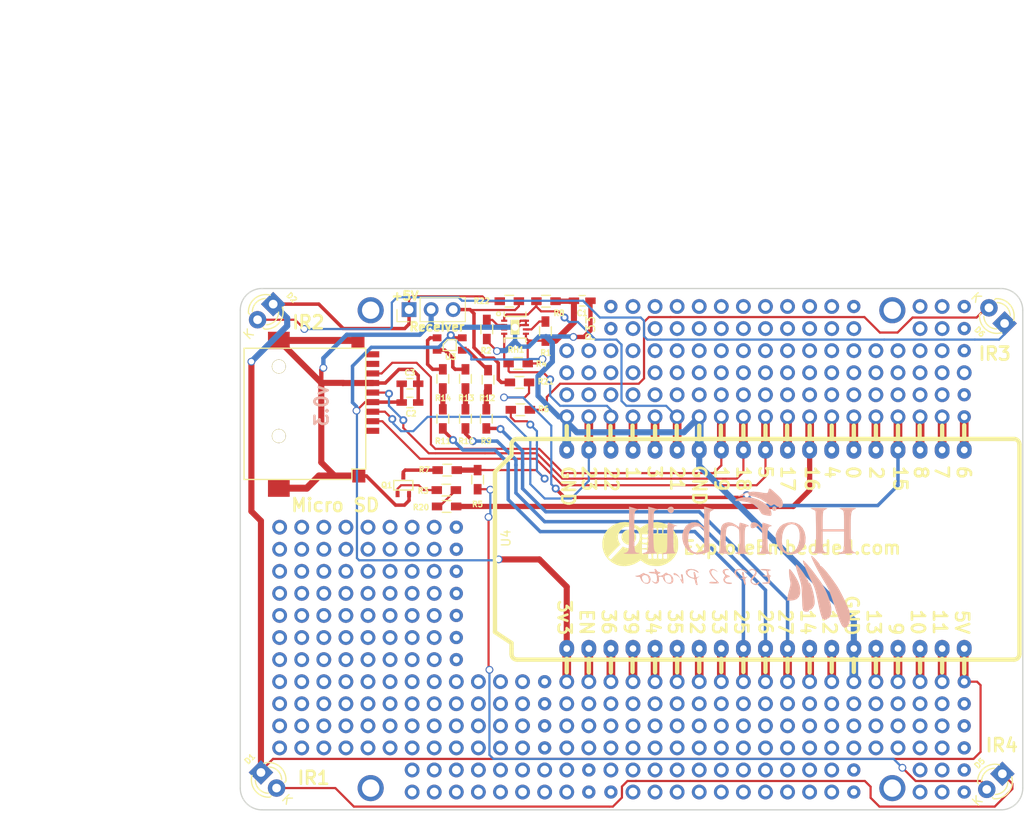
<source format=kicad_pcb>
(kicad_pcb (version 4) (host pcbnew "(2015-01-16 BZR 5376)-product")
  (layers (0 F.Cu signal) (31 B.Cu signal) (34 B.Paste user) (35 F.Paste user) (36 B.SilkS user) (37 F.SilkS user) (38 B.Mask user) (39 F.Mask user) (44 Edge.Cuts user))
  (net 0 "")
  (net 1 3.3V)
  (net 2 GND)
  (net 3 "Net-(D1-Pad1)")
  (net 4 +5V)
  (net 5 "Net-(D2-Pad1)")
  (net 6 "Net-(D5-Pad1)")
  (net 7 "Net-(D6-Pad1)")
  (net 8 "Net-(P1-Pad1)")
  (net 9 "Net-(P1-Pad2)")
  (net 10 "Net-(P1-Pad3)")
  (net 11 "Net-(P1-Pad4)")
  (net 12 "Net-(P1-Pad5)")
  (net 13 "Net-(P1-Pad6)")
  (net 14 "Net-(P1-Pad7)")
  (net 15 "Net-(P1-Pad8)")
  (net 16 "Net-(P1-Pad9)")
  (net 17 "Net-(P1-Pad10)")
  (net 18 "Net-(P1-Pad11)")
  (net 19 "Net-(P1-Pad12)")
  (net 20 "Net-(P1-Pad13)")
  (net 21 "Net-(P1-Pad14)")
  (net 22 "Net-(P1-Pad15)")
  (net 23 "Net-(P1-Pad16)")
  (net 24 "Net-(P1-Pad17)")
  (net 25 "Net-(P1-Pad18)")
  (net 26 "Net-(P1-Pad19)")
  (net 27 "Net-(P2-Pad1)")
  (net 28 "Net-(P2-Pad2)")
  (net 29 "Net-(P2-Pad3)")
  (net 30 "Net-(P2-Pad4)")
  (net 31 "Net-(P2-Pad5)")
  (net 32 "Net-(P2-Pad6)")
  (net 33 "Net-(P2-Pad7)")
  (net 34 "Net-(P2-Pad8)")
  (net 35 "Net-(P2-Pad9)")
  (net 36 "Net-(P2-Pad10)")
  (net 37 "Net-(P2-Pad11)")
  (net 38 "Net-(P2-Pad12)")
  (net 39 "Net-(P2-Pad13)")
  (net 40 "Net-(P2-Pad14)")
  (net 41 "Net-(P2-Pad15)")
  (net 42 "Net-(P2-Pad16)")
  (net 43 "Net-(P2-Pad17)")
  (net 44 "Net-(P2-Pad18)")
  (net 45 "Net-(P2-Pad19)")
  (net 46 "Net-(P3-Pad1)")
  (net 47 "Net-(P3-Pad2)")
  (net 48 /IR_Rx)
  (net 49 /R)
  (net 50 /G)
  (net 51 /IR_Tx)
  (net 52 /B)
  (net 53 /SDA)
  (net 54 "Net-(P3-Pad15)")
  (net 55 "Net-(P3-Pad16)")
  (net 56 /SCL)
  (net 57 "Net-(P4-Pad2)")
  (net 58 "Net-(P4-Pad3)")
  (net 59 "Net-(P4-Pad4)")
  (net 60 "Net-(P4-Pad5)")
  (net 61 "Net-(P4-Pad7)")
  (net 62 "Net-(P4-Pad8)")
  (net 63 "Net-(P4-Pad12)")
  (net 64 "Net-(P4-Pad13)")
  (net 65 "Net-(P4-Pad14)")
  (net 66 "Net-(P4-Pad15)")
  (net 67 "Net-(P4-Pad16)")
  (net 68 "Net-(P4-Pad17)")
  (net 69 "Net-(P4-Pad18)")
  (net 70 "Net-(P5-Pad1)")
  (net 71 "Net-(P5-Pad2)")
  (net 72 "Net-(P5-Pad3)")
  (net 73 "Net-(P5-Pad4)")
  (net 74 "Net-(P5-Pad5)")
  (net 75 "Net-(P5-Pad6)")
  (net 76 "Net-(P5-Pad7)")
  (net 77 "Net-(P5-Pad8)")
  (net 78 "Net-(P5-Pad9)")
  (net 79 "Net-(P5-Pad10)")
  (net 80 "Net-(P5-Pad11)")
  (net 81 "Net-(P5-Pad12)")
  (net 82 "Net-(P5-Pad13)")
  (net 83 "Net-(P5-Pad14)")
  (net 84 "Net-(P5-Pad15)")
  (net 85 "Net-(P5-Pad16)")
  (net 86 "Net-(P5-Pad17)")
  (net 87 "Net-(P5-Pad18)")
  (net 88 "Net-(P5-Pad19)")
  (net 89 "Net-(P6-Pad1)")
  (net 90 "Net-(P6-Pad2)")
  (net 91 "Net-(P6-Pad3)")
  (net 92 "Net-(P6-Pad4)")
  (net 93 "Net-(P6-Pad5)")
  (net 94 "Net-(P6-Pad6)")
  (net 95 "Net-(P6-Pad7)")
  (net 96 "Net-(P6-Pad8)")
  (net 97 "Net-(P6-Pad9)")
  (net 98 "Net-(P6-Pad10)")
  (net 99 "Net-(P6-Pad11)")
  (net 100 "Net-(P6-Pad12)")
  (net 101 "Net-(P6-Pad13)")
  (net 102 "Net-(P6-Pad14)")
  (net 103 "Net-(P6-Pad15)")
  (net 104 "Net-(P6-Pad16)")
  (net 105 "Net-(P6-Pad17)")
  (net 106 "Net-(P6-Pad18)")
  (net 107 "Net-(P6-Pad19)")
  (net 108 "Net-(P7-Pad3)")
  (net 109 "Net-(Q1-Pad1)")
  (net 110 "Net-(R1-Pad1)")
  (net 111 "Net-(R2-Pad1)")
  (net 112 "Net-(R20-Pad1)")
  (net 113 "Net-(R5-Pad1)")
  (net 114 "Net-(R12-Pad2)")
  (net 115 "Net-(R10-Pad1)")
  (net 116 "Net-(R11-Pad1)")
  (net 117 "Net-(R12-Pad1)")
  (net 118 "Net-(R13-Pad1)")
  (net 119 "Net-(R14-Pad1)")
  (net 120 "Net-(P8-Pad1)")
  (net 121 "Net-(P8-Pad2)")
  (net 122 "Net-(P8-Pad3)")
  (net 123 "Net-(P8-Pad4)")
  (net 124 "Net-(P8-Pad5)")
  (net 125 "Net-(P8-Pad6)")
  (net 126 "Net-(P8-Pad7)")
  (net 127 "Net-(P8-Pad8)")
  (net 128 "Net-(P8-Pad9)")
  (net 129 "Net-(P8-Pad10)")
  (net 130 "Net-(P8-Pad11)")
  (net 131 "Net-(P8-Pad12)")
  (net 132 "Net-(P8-Pad13)")
  (net 133 "Net-(P8-Pad14)")
  (net 134 "Net-(P8-Pad15)")
  (net 135 "Net-(P8-Pad16)")
  (net 136 "Net-(P8-Pad17)")
  (net 137 "Net-(P8-Pad18)")
  (net 138 "Net-(P8-Pad19)")
  (net 139 "Net-(P9-Pad1)")
  (net 140 "Net-(P9-Pad2)")
  (net 141 "Net-(P9-Pad3)")
  (net 142 "Net-(P10-Pad1)")
  (net 143 "Net-(P10-Pad2)")
  (net 144 "Net-(P10-Pad3)")
  (net 145 "Net-(P11-Pad1)")
  (net 146 "Net-(P11-Pad2)")
  (net 147 "Net-(P11-Pad3)")
  (net 148 "Net-(P12-Pad1)")
  (net 149 "Net-(P12-Pad2)")
  (net 150 "Net-(P12-Pad3)")
  (net 151 "Net-(P12-Pad4)")
  (net 152 "Net-(P12-Pad5)")
  (net 153 "Net-(P12-Pad6)")
  (net 154 "Net-(P12-Pad7)")
  (net 155 "Net-(P12-Pad8)")
  (net 156 "Net-(P12-Pad9)")
  (net 157 "Net-(P12-Pad10)")
  (net 158 "Net-(P12-Pad11)")
  (net 159 "Net-(P12-Pad12)")
  (net 160 "Net-(P12-Pad13)")
  (net 161 "Net-(P12-Pad14)")
  (net 162 "Net-(P12-Pad15)")
  (net 163 "Net-(P12-Pad16)")
  (net 164 "Net-(P12-Pad17)")
  (net 165 "Net-(P12-Pad18)")
  (net 166 "Net-(P12-Pad19)")
  (net 167 "Net-(P13-Pad1)")
  (net 168 "Net-(P13-Pad2)")
  (net 169 "Net-(P13-Pad3)")
  (net 170 "Net-(P14-Pad1)")
  (net 171 "Net-(P14-Pad2)")
  (net 172 "Net-(P14-Pad3)")
  (net 173 "Net-(P14-Pad4)")
  (net 174 "Net-(P14-Pad5)")
  (net 175 "Net-(P14-Pad6)")
  (net 176 "Net-(P14-Pad7)")
  (net 177 "Net-(P14-Pad8)")
  (net 178 "Net-(P14-Pad9)")
  (net 179 "Net-(P15-Pad1)")
  (net 180 "Net-(P15-Pad2)")
  (net 181 "Net-(P15-Pad3)")
  (net 182 "Net-(P15-Pad4)")
  (net 183 "Net-(P15-Pad5)")
  (net 184 "Net-(P15-Pad6)")
  (net 185 "Net-(P15-Pad7)")
  (net 186 "Net-(P15-Pad8)")
  (net 187 "Net-(P15-Pad9)")
  (net 188 "Net-(P16-Pad1)")
  (net 189 "Net-(P16-Pad2)")
  (net 190 "Net-(P16-Pad3)")
  (net 191 "Net-(P16-Pad4)")
  (net 192 "Net-(P16-Pad5)")
  (net 193 "Net-(P16-Pad6)")
  (net 194 "Net-(P16-Pad7)")
  (net 195 "Net-(P16-Pad8)")
  (net 196 "Net-(P16-Pad9)")
  (net 197 "Net-(P17-Pad1)")
  (net 198 "Net-(P17-Pad2)")
  (net 199 "Net-(P17-Pad3)")
  (net 200 "Net-(P17-Pad4)")
  (net 201 "Net-(P17-Pad5)")
  (net 202 "Net-(P17-Pad6)")
  (net 203 "Net-(P17-Pad7)")
  (net 204 "Net-(P17-Pad8)")
  (net 205 "Net-(P17-Pad9)")
  (net 206 "Net-(P18-Pad1)")
  (net 207 "Net-(P18-Pad2)")
  (net 208 "Net-(P18-Pad3)")
  (net 209 "Net-(P18-Pad4)")
  (net 210 "Net-(P18-Pad5)")
  (net 211 "Net-(P18-Pad6)")
  (net 212 "Net-(P18-Pad7)")
  (net 213 "Net-(P18-Pad8)")
  (net 214 "Net-(P18-Pad9)")
  (net 215 "Net-(P19-Pad1)")
  (net 216 "Net-(P19-Pad2)")
  (net 217 "Net-(P19-Pad3)")
  (net 218 "Net-(P19-Pad4)")
  (net 219 "Net-(P19-Pad5)")
  (net 220 "Net-(P19-Pad6)")
  (net 221 "Net-(P19-Pad7)")
  (net 222 "Net-(P19-Pad8)")
  (net 223 "Net-(P19-Pad9)")
  (net 224 "Net-(P20-Pad1)")
  (net 225 "Net-(P20-Pad2)")
  (net 226 "Net-(P20-Pad3)")
  (net 227 "Net-(P20-Pad4)")
  (net 228 "Net-(P20-Pad5)")
  (net 229 "Net-(P20-Pad6)")
  (net 230 "Net-(P20-Pad7)")
  (net 231 "Net-(P20-Pad8)")
  (net 232 "Net-(P20-Pad9)")
  (net 233 "Net-(P21-Pad1)")
  (net 234 "Net-(P21-Pad2)")
  (net 235 "Net-(P21-Pad3)")
  (net 236 "Net-(P21-Pad4)")
  (net 237 "Net-(P21-Pad5)")
  (net 238 "Net-(P21-Pad6)")
  (net 239 "Net-(P21-Pad7)")
  (net 240 "Net-(P21-Pad8)")
  (net 241 "Net-(P21-Pad9)")
  (net 242 "Net-(P22-Pad1)")
  (net 243 "Net-(P22-Pad2)")
  (net 244 "Net-(P22-Pad3)")
  (net 245 "Net-(P22-Pad4)")
  (net 246 "Net-(P22-Pad5)")
  (net 247 "Net-(P22-Pad6)")
  (net 248 "Net-(P22-Pad7)")
  (net 249 "Net-(P22-Pad8)")
  (net 250 "Net-(P22-Pad9)")
  (net 251 "Net-(P23-Pad1)")
  (net 252 "Net-(P23-Pad2)")
  (net 253 "Net-(P23-Pad3)")
  (net 254 "Net-(P23-Pad4)")
  (net 255 "Net-(P23-Pad5)")
  (net 256 "Net-(P23-Pad6)")
  (net 257 "Net-(P23-Pad7)")
  (net 258 "Net-(P23-Pad8)")
  (net 259 "Net-(P23-Pad9)")
  (net 260 "Net-(P24-Pad1)")
  (net 261 "Net-(P24-Pad2)")
  (net 262 "Net-(P24-Pad3)")
  (net 263 "Net-(P24-Pad4)")
  (net 264 "Net-(P24-Pad5)")
  (net 265 "Net-(P24-Pad6)")
  (net 266 "Net-(P24-Pad7)")
  (net 267 "Net-(P24-Pad8)")
  (net 268 "Net-(P24-Pad9)")
  (net 269 "Net-(P25-Pad1)")
  (net 270 "Net-(P25-Pad2)")
  (net 271 "Net-(P25-Pad3)")
  (net 272 "Net-(P25-Pad4)")
  (net 273 "Net-(P25-Pad5)")
  (net 274 "Net-(P25-Pad6)")
  (net 275 "Net-(P25-Pad7)")
  (net 276 "Net-(P25-Pad8)")
  (net 277 "Net-(P25-Pad9)")
  (net 278 "Net-(P25-Pad10)")
  (net 279 "Net-(P25-Pad11)")
  (net 280 "Net-(P25-Pad12)")
  (net 281 "Net-(P25-Pad13)")
  (net 282 "Net-(P26-Pad1)")
  (net 283 "Net-(P26-Pad2)")
  (net 284 "Net-(P26-Pad3)")
  (net 285 "Net-(P26-Pad4)")
  (net 286 "Net-(P26-Pad5)")
  (net 287 "Net-(P26-Pad6)")
  (net 288 "Net-(P26-Pad7)")
  (net 289 "Net-(P26-Pad8)")
  (net 290 "Net-(P26-Pad9)")
  (net 291 "Net-(P26-Pad10)")
  (net 292 "Net-(P26-Pad11)")
  (net 293 "Net-(P26-Pad12)")
  (net 294 "Net-(P26-Pad13)")
  (net 295 "Net-(P27-Pad1)")
  (net 296 "Net-(P27-Pad2)")
  (net 297 "Net-(P27-Pad3)")
  (net 298 "Net-(P27-Pad4)")
  (net 299 "Net-(P27-Pad5)")
  (net 300 "Net-(P27-Pad6)")
  (net 301 "Net-(P27-Pad7)")
  (net 302 "Net-(P27-Pad8)")
  (net 303 "Net-(P27-Pad9)")
  (net 304 "Net-(P27-Pad10)")
  (net 305 "Net-(P27-Pad11)")
  (net 306 "Net-(P27-Pad12)")
  (net 307 "Net-(P27-Pad13)")
  (net 308 "Net-(P28-Pad1)")
  (net 309 "Net-(P28-Pad2)")
  (net 310 "Net-(P28-Pad3)")
  (net 311 "Net-(P28-Pad4)")
  (net 312 "Net-(P28-Pad5)")
  (net 313 "Net-(P28-Pad6)")
  (net 314 "Net-(P28-Pad7)")
  (net 315 "Net-(P28-Pad8)")
  (net 316 "Net-(P28-Pad9)")
  (net 317 "Net-(P28-Pad10)")
  (net 318 "Net-(P28-Pad11)")
  (net 319 "Net-(P28-Pad12)")
  (net 320 "Net-(P28-Pad13)")
  (net 321 "Net-(P29-Pad1)")
  (net 322 "Net-(P29-Pad2)")
  (net 323 "Net-(P29-Pad3)")
  (net 324 "Net-(P29-Pad4)")
  (net 325 "Net-(P29-Pad5)")
  (net 326 "Net-(P29-Pad6)")
  (net 327 "Net-(P29-Pad7)")
  (net 328 "Net-(P29-Pad8)")
  (net 329 "Net-(P29-Pad9)")
  (net 330 "Net-(P30-Pad1)")
  (net 331 "Net-(P30-Pad2)")
  (net 332 "Net-(P30-Pad3)")
  (net 333 "Net-(P30-Pad4)")
  (net 334 "Net-(P30-Pad5)")
  (net 335 "Net-(P30-Pad6)")
  (net 336 "Net-(P30-Pad7)")
  (net 337 "Net-(P30-Pad8)")
  (net 338 "Net-(P30-Pad9)")
  (net 339 "Net-(RH1-Pad3)")
  (net 340 "Net-(P3-Pad3)")
  (net 341 "Net-(P3-Pad5)")
  (net 342 "Net-(P3-Pad6)")
  (net 343 "Net-(P3-Pad7)")
  (net 344 "Net-(P3-Pad9)")
  (net 345 "Net-(Q1-Pad3)")
  (net 346 /IO5)
  (net 347 /IO23)
  (net 348 /IO18)
  (net 349 /IO19)
  (net 350 "Net-(U2-Pad8)")
  (net 351 "Net-(U2-Pad9)")
  (net 352 "Net-(P31-Pad1)")
  (net 353 "Net-(P31-Pad2)")
  (net 354 "Net-(P31-Pad3)")
  (net 355 "Net-(P32-Pad1)")
  (net 356 "Net-(P32-Pad2)")
  (net 357 "Net-(P32-Pad3)")
  (net 358 "Net-(P33-Pad1)")
  (net 359 "Net-(P33-Pad2)")
  (net 360 "Net-(P33-Pad3)")
  (net 361 "Net-(P34-Pad1)")
  (net 362 "Net-(P34-Pad2)")
  (net 363 "Net-(P34-Pad3)")
  (net 364 "Net-(U2-Pad1)")
  (module ee:RGB_SMD_4pin_New (layer F.Cu) (at 69.088 56.388 180)
    (fp_text reference U3 (at -0.1016 -1.4732 180) (layer F.SilkS) (effects (font (size 0.635 0.635))))
    (fp_text value RGB_4pin hide)
    (pad 1 smd rect (at -1.45 0.7125 180) (size 1 0.8) (layers F.Cu F.Paste F.Mask) (net 1 3.3V))
    (pad 2 smd rect (at 1.45 0.7125 180) (size 1 0.8) (layers F.Cu F.Paste F.Mask) (net 119 "Net-(R14-Pad1)"))
    (pad 3 smd rect (at -1.45 -0.7125 180) (size 1 0.8) (layers F.Cu F.Paste F.Mask) (net 117 "Net-(R12-Pad1)"))
    (pad 4 smd rect (at 1.45 -0.7125 180) (size 1 0.8) (layers F.Cu F.Paste F.Mask) (net 118 "Net-(R13-Pad1)"))
  )
  (module ee:ESP32_Breakout (layer F.Cu) (at 105.41 78.74 270)
    (fp_text reference U4 (at 0 29.845 270) (layer F.SilkS))
    (fp_text value ESP32_Breakout1)
    (pad 1 thru_hole oval (at -10.16 -22.86 270) (size 2 1.7) (drill 0.762) (layers *.Cu *.Mask) (net 46 "Net-(P3-Pad1)"))
    (pad 2 thru_hole oval (at -10.16 -20.32 270) (size 2 1.7) (drill 0.762) (layers *.Cu *.Mask) (net 47 "Net-(P3-Pad2)"))
    (pad 3 thru_hole oval (at -10.16 -17.78 270) (size 2 1.7) (drill 0.762) (layers *.Cu *.Mask) (net 340 "Net-(P3-Pad3)"))
    (pad 4 thru_hole oval (at -10.16 -15.24 270) (size 2 1.7) (drill 0.762) (layers *.Cu *.Mask) (net 48 /IR_Rx))
    (pad 5 thru_hole oval (at -10.16 -12.7 270) (size 2 1.7) (drill 0.762) (layers *.Cu *.Mask) (net 341 "Net-(P3-Pad5)"))
    (pad 6 thru_hole oval (at -10.16 -10.16 270) (size 2 1.7) (drill 0.762) (layers *.Cu *.Mask) (net 342 "Net-(P3-Pad6)"))
    (pad 7 thru_hole oval (at -10.16 -7.62 270) (size 2 1.7) (drill 0.762) (layers *.Cu *.Mask) (net 343 "Net-(P3-Pad7)"))
    (pad 8 thru_hole oval (at -10.16 -5.08 270) (size 2 1.7) (drill 0.762) (layers *.Cu *.Mask) (net 51 /IR_Tx))
    (pad 9 thru_hole oval (at -10.16 -2.54 270) (size 2 1.7) (drill 0.762) (layers *.Cu *.Mask) (net 344 "Net-(P3-Pad9)"))
    (pad 10 thru_hole oval (at -10.16 0 270) (size 2 1.7) (drill 0.762) (layers *.Cu *.Mask) (net 346 /IO5))
    (pad 11 thru_hole oval (at -10.16 2.54 270) (size 2 1.7) (drill 0.762) (layers *.Cu *.Mask) (net 348 /IO18))
    (pad 12 thru_hole oval (at -10.16 5.08 270) (size 2 1.7) (drill 0.762) (layers *.Cu *.Mask) (net 349 /IO19))
    (pad 13 thru_hole oval (at -10.16 7.62 270) (size 2 1.7) (drill 0.762) (layers *.Cu *.Mask) (net 2 GND))
    (pad 14 thru_hole oval (at -10.16 10.16 270) (size 2 1.7) (drill 0.762) (layers *.Cu *.Mask) (net 53 /SDA))
    (pad 15 thru_hole oval (at -10.16 12.7 270) (size 2 1.7) (drill 0.762) (layers *.Cu *.Mask) (net 54 "Net-(P3-Pad15)"))
    (pad 16 thru_hole oval (at -10.16 15.24 270) (size 2 1.7) (drill 0.762) (layers *.Cu *.Mask) (net 55 "Net-(P3-Pad16)"))
    (pad 17 thru_hole oval (at -10.16 17.78 270) (size 2 1.7) (drill 0.762) (layers *.Cu *.Mask) (net 56 /SCL))
    (pad 18 thru_hole oval (at -10.16 20.32 270) (size 2 1.7) (drill 0.762) (layers *.Cu *.Mask) (net 347 /IO23))
    (pad 19 thru_hole oval (at -10.16 22.86 270) (size 2 1.7) (drill 0.762) (layers *.Cu *.Mask) (net 2 GND))
    (pad 20 thru_hole oval (at 12.7 22.86 270) (size 2 1.7) (drill 0.762) (layers *.Cu *.Mask) (net 1 3.3V))
    (pad 21 thru_hole oval (at 12.7 20.32 270) (size 2 1.7) (drill 0.762) (layers *.Cu *.Mask) (net 69 "Net-(P4-Pad18)"))
    (pad 22 thru_hole oval (at 12.7 17.78 270) (size 2 1.7) (drill 0.762) (layers *.Cu *.Mask) (net 68 "Net-(P4-Pad17)"))
    (pad 23 thru_hole oval (at 12.7 15.24 270) (size 2 1.7) (drill 0.762) (layers *.Cu *.Mask) (net 67 "Net-(P4-Pad16)"))
    (pad 24 thru_hole oval (at 12.7 12.7 270) (size 2 1.7) (drill 0.762) (layers *.Cu *.Mask) (net 66 "Net-(P4-Pad15)"))
    (pad 25 thru_hole oval (at 12.7 10.16 270) (size 2 1.7) (drill 0.762) (layers *.Cu *.Mask) (net 65 "Net-(P4-Pad14)"))
    (pad 26 thru_hole oval (at 12.7 7.62 270) (size 2 1.7) (drill 0.762) (layers *.Cu *.Mask) (net 64 "Net-(P4-Pad13)"))
    (pad 27 thru_hole oval (at 12.7 5.08 270) (size 2 1.7) (drill 0.762) (layers *.Cu *.Mask) (net 63 "Net-(P4-Pad12)"))
    (pad 28 thru_hole oval (at 12.7 2.54 270) (size 2 1.7) (drill 0.762) (layers *.Cu *.Mask) (net 49 /R))
    (pad 29 thru_hole oval (at 12.7 0 270) (size 2 1.7) (drill 0.762) (layers *.Cu *.Mask) (net 50 /G))
    (pad 30 thru_hole oval (at 12.7 -2.54 270) (size 2 1.7) (drill 0.762) (layers *.Cu *.Mask) (net 52 /B))
    (pad 31 thru_hole oval (at 12.7 -5.08 270) (size 2 1.7) (drill 0.762) (layers *.Cu *.Mask) (net 62 "Net-(P4-Pad8)"))
    (pad 32 thru_hole oval (at 12.7 -7.62 270) (size 2 1.7) (drill 0.762) (layers *.Cu *.Mask) (net 61 "Net-(P4-Pad7)"))
    (pad 33 thru_hole oval (at 12.7 -10.16 270) (size 2 1.7) (drill 0.762) (layers *.Cu *.Mask) (net 2 GND))
    (pad 34 thru_hole oval (at 12.7 -12.7 270) (size 2 1.7) (drill 0.762) (layers *.Cu *.Mask) (net 60 "Net-(P4-Pad5)"))
    (pad 35 thru_hole oval (at 12.7 -15.24 270) (size 2 1.7) (drill 0.762) (layers *.Cu *.Mask) (net 59 "Net-(P4-Pad4)"))
    (pad 36 thru_hole oval (at 12.7 -17.78 270) (size 2 1.7) (drill 0.762) (layers *.Cu *.Mask) (net 58 "Net-(P4-Pad3)"))
    (pad 37 thru_hole oval (at 12.7 -20.32 270) (size 2 1.7) (drill 0.762) (layers *.Cu *.Mask) (net 57 "Net-(P4-Pad2)"))
    (pad 38 thru_hole oval (at 12.7 -22.86 270) (size 2 1.7) (drill 0.762) (layers *.Cu *.Mask) (net 4 +5V))
  )
  (module Pin_Headers:Pin_Header_Straight_1x03_Pitch2.54mm (layer F.Cu) (at 87.63 52.07 90)
    (fp_text reference P32 hide)
    (fp_text value CONN_01X03)
    (pad 1 thru_hole circle (at 0 0 90) (size 1.524 1.524) (drill 0.762) (layers *.Cu *.Mask) (net 355 "Net-(P32-Pad1)"))
    (pad 2 thru_hole oval (at 0 2.54 90) (size 1.7 1.7) (drill 1) (layers *.Cu *.Mask) (net 356 "Net-(P32-Pad2)"))
    (pad 3 thru_hole oval (at 0 5.08 90) (size 1.7 1.7) (drill 1) (layers *.Cu *.Mask) (net 357 "Net-(P32-Pad3)"))
  )
  (module Pin_Headers:Pin_Header_Straight_1x03_Pitch2.54mm (layer F.Cu) (at 87.63 54.61 90)
    (fp_text reference P33 (at 0 -2.33 90) (layer F.SilkS))
    (fp_text value CONN_01X03)
    (pad 1 thru_hole circle (at 0 0 90) (size 1.524 1.524) (drill 0.762) (layers *.Cu *.Mask) (net 358 "Net-(P33-Pad1)"))
    (pad 2 thru_hole oval (at 0 2.54 90) (size 1.7 1.7) (drill 1) (layers *.Cu *.Mask) (net 359 "Net-(P33-Pad2)"))
    (pad 3 thru_hole oval (at 0 5.08 90) (size 1.7 1.7) (drill 1) (layers *.Cu *.Mask) (net 360 "Net-(P33-Pad3)"))
  )
  (module Pin_Headers:Pin_Header_Straight_1x03_Pitch2.54mm (layer F.Cu) (at 87.63 107.95 90)
    (fp_text reference P31 hide)
    (fp_text value CONN_01X03)
    (pad 1 thru_hole circle (at 0 0 90) (size 1.524 1.524) (drill 0.762) (layers *.Cu *.Mask) (net 352 "Net-(P31-Pad1)"))
    (pad 2 thru_hole oval (at 0 2.54 90) (size 1.7 1.7) (drill 1) (layers *.Cu *.Mask) (net 353 "Net-(P31-Pad2)"))
    (pad 3 thru_hole oval (at 0 5.08 90) (size 1.7 1.7) (drill 1) (layers *.Cu *.Mask) (net 354 "Net-(P31-Pad3)"))
  )
  (module Pin_Headers:Pin_Header_Straight_1x03_Pitch2.54mm (layer F.Cu) (at 87.63 105.41 90)
    (fp_text reference P34 hide)
    (fp_text value CONN_01X03)
    (pad 1 thru_hole oval (at 0 0 90) (size 1.7 1.7) (drill 1) (layers *.Cu *.Mask) (net 361 "Net-(P34-Pad1)"))
    (pad 2 thru_hole oval (at 0 2.54 90) (size 1.7 1.7) (drill 1) (layers *.Cu *.Mask) (net 362 "Net-(P34-Pad2)"))
    (pad 3 thru_hole oval (at 0 5.08 90) (size 1.7 1.7) (drill 1) (layers *.Cu *.Mask) (net 363 "Net-(P34-Pad3)"))
  )
  (module LEDs:LED-3MM (layer F.Cu) (at 49.1744 107.4928 135)
    (fp_text reference D1 (at 4.54401 0.197566 225) (layer F.SilkS) (effects (font (size 0.635 0.635))))
    (fp_text value LED)
    (fp_text user K (at -1.796051 -0.071842 135) (layer F.SilkS))
    (pad 1 thru_hole circle (at 0 0 225) (size 2 2) (drill 1.00076) (layers *.Cu *.Mask) (net 3 "Net-(D1-Pad1)"))
    (pad 2 thru_hole rect (at 2.54 0 135) (size 2 2) (drill 1.00076) (layers *.Cu *.Mask) (net 4 +5V))
  )
  (module LEDs:LED-3MM (layer F.Cu) (at 130.8608 107.6452 45)
    (fp_text reference D5 (at 1.544604 -2.694077 45) (layer F.SilkS) (effects (font (size 0.635 0.635))))
    (fp_text value LED hide)
    (fp_text user K (at -1.688288 0.179605 45) (layer F.SilkS))
    (pad 1 thru_hole circle (at 0 0 135) (size 2 2) (drill 1.00076) (layers *.Cu *.Mask) (net 6 "Net-(D5-Pad1)"))
    (pad 2 thru_hole rect (at 2.54 0 45) (size 2 2) (drill 1.00076) (layers *.Cu *.Mask) (net 3 "Net-(D1-Pad1)"))
  )
  (module LEDs:LED-3MM (layer F.Cu) (at 131.1148 52.2224 315)
    (fp_text reference D6 (at 1.203354 2.712037 495) (layer F.SilkS) (effects (font (size 0.635 0.635))))
    (fp_text value LED hide)
    (fp_text user K (at -1.849933 0.197566 315) (layer F.SilkS))
    (pad 1 thru_hole circle (at 0 0 45) (size 2 2) (drill 1.00076) (layers *.Cu *.Mask) (net 7 "Net-(D6-Pad1)"))
    (pad 2 thru_hole rect (at 2.54 0 315) (size 2 2) (drill 1.00076) (layers *.Cu *.Mask) (net 5 "Net-(D2-Pad1)"))
  )
  (module LEDs:LED-3MM (layer F.Cu) (at 46.99 53.594 45)
    (fp_text reference D2 (at 4.579931 0.987828 135) (layer F.SilkS) (effects (font (size 0.635 0.635))))
    (fp_text value LED hide)
    (fp_text user K (at -1.885854 0.449013 45) (layer F.SilkS))
    (pad 1 thru_hole circle (at 0 0 135) (size 2 2) (drill 1.00076) (layers *.Cu *.Mask) (net 5 "Net-(D2-Pad1)"))
    (pad 2 thru_hole rect (at 2.54 0 45) (size 2 2) (drill 1.00076) (layers *.Cu *.Mask) (net 4 +5V))
  )
  (module Pin_Headers:Pin_Header_Straight_1x09_Pitch2.54mm (layer F.Cu) (at 85.09 107.95 270)
    (fp_text reference P30 hide)
    (fp_text value CONN_01X09)
    (pad 1 thru_hole circle (at 0 0 270) (size 1.524 1.524) (drill 0.762) (layers *.Cu *.Mask) (net 330 "Net-(P30-Pad1)"))
    (pad 2 thru_hole oval (at 0 2.54 270) (size 1.7 1.7) (drill 1) (layers *.Cu *.Mask) (net 331 "Net-(P30-Pad2)"))
    (pad 3 thru_hole oval (at 0 5.08 270) (size 1.7 1.7) (drill 1) (layers *.Cu *.Mask) (net 332 "Net-(P30-Pad3)"))
    (pad 4 thru_hole oval (at 0 7.62 270) (size 1.7 1.7) (drill 1) (layers *.Cu *.Mask) (net 333 "Net-(P30-Pad4)"))
    (pad 5 thru_hole oval (at 0 10.16 270) (size 1.7 1.7) (drill 1) (layers *.Cu *.Mask) (net 334 "Net-(P30-Pad5)"))
    (pad 6 thru_hole oval (at 0 12.7 270) (size 1.7 1.7) (drill 1) (layers *.Cu *.Mask) (net 335 "Net-(P30-Pad6)"))
    (pad 7 thru_hole oval (at 0 15.24 270) (size 1.7 1.7) (drill 1) (layers *.Cu *.Mask) (net 336 "Net-(P30-Pad7)"))
    (pad 8 thru_hole oval (at 0 17.78 270) (size 1.7 1.7) (drill 1) (layers *.Cu *.Mask) (net 337 "Net-(P30-Pad8)"))
    (pad 9 thru_hole oval (at 0 20.32 270) (size 1.7 1.7) (drill 1) (layers *.Cu *.Mask) (net 338 "Net-(P30-Pad9)"))
  )
  (module Pin_Headers:Pin_Header_Straight_1x09_Pitch2.54mm (layer F.Cu) (at 85.09 105.41 270)
    (fp_text reference P29 hide)
    (fp_text value CONN_01X09)
    (pad 1 thru_hole circle (at 0 0 270) (size 1.524 1.524) (drill 0.762) (layers *.Cu *.Mask) (net 321 "Net-(P29-Pad1)"))
    (pad 2 thru_hole oval (at 0 2.54 270) (size 1.7 1.7) (drill 1) (layers *.Cu *.Mask) (net 322 "Net-(P29-Pad2)"))
    (pad 3 thru_hole oval (at 0 5.08 270) (size 1.7 1.7) (drill 1) (layers *.Cu *.Mask) (net 323 "Net-(P29-Pad3)"))
    (pad 4 thru_hole oval (at 0 7.62 270) (size 1.7 1.7) (drill 1) (layers *.Cu *.Mask) (net 324 "Net-(P29-Pad4)"))
    (pad 5 thru_hole oval (at 0 10.16 270) (size 1.7 1.7) (drill 1) (layers *.Cu *.Mask) (net 325 "Net-(P29-Pad5)"))
    (pad 6 thru_hole oval (at 0 12.7 270) (size 1.7 1.7) (drill 1) (layers *.Cu *.Mask) (net 326 "Net-(P29-Pad6)"))
    (pad 7 thru_hole oval (at 0 15.24 270) (size 1.7 1.7) (drill 1) (layers *.Cu *.Mask) (net 327 "Net-(P29-Pad7)"))
    (pad 8 thru_hole oval (at 0 17.78 270) (size 1.7 1.7) (drill 1) (layers *.Cu *.Mask) (net 328 "Net-(P29-Pad8)"))
    (pad 9 thru_hole oval (at 0 20.32 270) (size 1.7 1.7) (drill 1) (layers *.Cu *.Mask) (net 329 "Net-(P29-Pad9)"))
  )
  (module Pin_Headers:Pin_Header_Straight_1x13_Pitch2.54mm (layer F.Cu) (at 80.01 102.87 270)
    (fp_text reference P28 hide)
    (fp_text value CONN_01X13)
    (pad 1 thru_hole circle (at 0 0 270) (size 1.524 1.524) (drill 0.762) (layers *.Cu *.Mask) (net 308 "Net-(P28-Pad1)"))
    (pad 2 thru_hole oval (at 0 2.54 270) (size 1.7 1.7) (drill 1) (layers *.Cu *.Mask) (net 309 "Net-(P28-Pad2)"))
    (pad 3 thru_hole oval (at 0 5.08 270) (size 1.7 1.7) (drill 1) (layers *.Cu *.Mask) (net 310 "Net-(P28-Pad3)"))
    (pad 4 thru_hole oval (at 0 7.62 270) (size 1.7 1.7) (drill 1) (layers *.Cu *.Mask) (net 311 "Net-(P28-Pad4)"))
    (pad 5 thru_hole oval (at 0 10.16 270) (size 1.7 1.7) (drill 1) (layers *.Cu *.Mask) (net 312 "Net-(P28-Pad5)"))
    (pad 6 thru_hole oval (at 0 12.7 270) (size 1.7 1.7) (drill 1) (layers *.Cu *.Mask) (net 313 "Net-(P28-Pad6)"))
    (pad 7 thru_hole oval (at 0 15.24 270) (size 1.7 1.7) (drill 1) (layers *.Cu *.Mask) (net 314 "Net-(P28-Pad7)"))
    (pad 8 thru_hole oval (at 0 17.78 270) (size 1.7 1.7) (drill 1) (layers *.Cu *.Mask) (net 315 "Net-(P28-Pad8)"))
    (pad 9 thru_hole oval (at 0 20.32 270) (size 1.7 1.7) (drill 1) (layers *.Cu *.Mask) (net 316 "Net-(P28-Pad9)"))
    (pad 10 thru_hole oval (at 0 22.86 270) (size 1.7 1.7) (drill 1) (layers *.Cu *.Mask) (net 317 "Net-(P28-Pad10)"))
    (pad 11 thru_hole oval (at 0 25.4 270) (size 1.7 1.7) (drill 1) (layers *.Cu *.Mask) (net 318 "Net-(P28-Pad11)"))
    (pad 12 thru_hole oval (at 0 27.94 270) (size 1.7 1.7) (drill 1) (layers *.Cu *.Mask) (net 319 "Net-(P28-Pad12)"))
    (pad 13 thru_hole oval (at 0 30.48 270) (size 1.7 1.7) (drill 1) (layers *.Cu *.Mask) (net 320 "Net-(P28-Pad13)"))
  )
  (module Pin_Headers:Pin_Header_Straight_1x13_Pitch2.54mm (layer F.Cu) (at 80.01 100.33 270)
    (fp_text reference P27 hide)
    (fp_text value CONN_01X13)
    (pad 1 thru_hole circle (at 0 0 270) (size 1.524 1.524) (drill 0.762) (layers *.Cu *.Mask) (net 295 "Net-(P27-Pad1)"))
    (pad 2 thru_hole oval (at 0 2.54 270) (size 1.7 1.7) (drill 1) (layers *.Cu *.Mask) (net 296 "Net-(P27-Pad2)"))
    (pad 3 thru_hole oval (at 0 5.08 270) (size 1.7 1.7) (drill 1) (layers *.Cu *.Mask) (net 297 "Net-(P27-Pad3)"))
    (pad 4 thru_hole oval (at 0 7.62 270) (size 1.7 1.7) (drill 1) (layers *.Cu *.Mask) (net 298 "Net-(P27-Pad4)"))
    (pad 5 thru_hole oval (at 0 10.16 270) (size 1.7 1.7) (drill 1) (layers *.Cu *.Mask) (net 299 "Net-(P27-Pad5)"))
    (pad 6 thru_hole oval (at 0 12.7 270) (size 1.7 1.7) (drill 1) (layers *.Cu *.Mask) (net 300 "Net-(P27-Pad6)"))
    (pad 7 thru_hole oval (at 0 15.24 270) (size 1.7 1.7) (drill 1) (layers *.Cu *.Mask) (net 301 "Net-(P27-Pad7)"))
    (pad 8 thru_hole oval (at 0 17.78 270) (size 1.7 1.7) (drill 1) (layers *.Cu *.Mask) (net 302 "Net-(P27-Pad8)"))
    (pad 9 thru_hole oval (at 0 20.32 270) (size 1.7 1.7) (drill 1) (layers *.Cu *.Mask) (net 303 "Net-(P27-Pad9)"))
    (pad 10 thru_hole oval (at 0 22.86 270) (size 1.7 1.7) (drill 1) (layers *.Cu *.Mask) (net 304 "Net-(P27-Pad10)"))
    (pad 11 thru_hole oval (at 0 25.4 270) (size 1.7 1.7) (drill 1) (layers *.Cu *.Mask) (net 305 "Net-(P27-Pad11)"))
    (pad 12 thru_hole oval (at 0 27.94 270) (size 1.7 1.7) (drill 1) (layers *.Cu *.Mask) (net 306 "Net-(P27-Pad12)"))
    (pad 13 thru_hole oval (at 0 30.48 270) (size 1.7 1.7) (drill 1) (layers *.Cu *.Mask) (net 307 "Net-(P27-Pad13)"))
  )
  (module Pin_Headers:Pin_Header_Straight_1x13_Pitch2.54mm (layer F.Cu) (at 80.01 97.79 270)
    (fp_text reference P26 hide)
    (fp_text value CONN_01X13)
    (pad 1 thru_hole circle (at 0 0 270) (size 1.524 1.524) (drill 0.762) (layers *.Cu *.Mask) (net 282 "Net-(P26-Pad1)"))
    (pad 2 thru_hole oval (at 0 2.54 270) (size 1.7 1.7) (drill 1) (layers *.Cu *.Mask) (net 283 "Net-(P26-Pad2)"))
    (pad 3 thru_hole oval (at 0 5.08 270) (size 1.7 1.7) (drill 1) (layers *.Cu *.Mask) (net 284 "Net-(P26-Pad3)"))
    (pad 4 thru_hole oval (at 0 7.62 270) (size 1.7 1.7) (drill 1) (layers *.Cu *.Mask) (net 285 "Net-(P26-Pad4)"))
    (pad 5 thru_hole oval (at 0 10.16 270) (size 1.7 1.7) (drill 1) (layers *.Cu *.Mask) (net 286 "Net-(P26-Pad5)"))
    (pad 6 thru_hole oval (at 0 12.7 270) (size 1.7 1.7) (drill 1) (layers *.Cu *.Mask) (net 287 "Net-(P26-Pad6)"))
    (pad 7 thru_hole oval (at 0 15.24 270) (size 1.7 1.7) (drill 1) (layers *.Cu *.Mask) (net 288 "Net-(P26-Pad7)"))
    (pad 8 thru_hole oval (at 0 17.78 270) (size 1.7 1.7) (drill 1) (layers *.Cu *.Mask) (net 289 "Net-(P26-Pad8)"))
    (pad 9 thru_hole oval (at 0 20.32 270) (size 1.7 1.7) (drill 1) (layers *.Cu *.Mask) (net 290 "Net-(P26-Pad9)"))
    (pad 10 thru_hole oval (at 0 22.86 270) (size 1.7 1.7) (drill 1) (layers *.Cu *.Mask) (net 291 "Net-(P26-Pad10)"))
    (pad 11 thru_hole oval (at 0 25.4 270) (size 1.7 1.7) (drill 1) (layers *.Cu *.Mask) (net 292 "Net-(P26-Pad11)"))
    (pad 12 thru_hole oval (at 0 27.94 270) (size 1.7 1.7) (drill 1) (layers *.Cu *.Mask) (net 293 "Net-(P26-Pad12)"))
    (pad 13 thru_hole oval (at 0 30.48 270) (size 1.7 1.7) (drill 1) (layers *.Cu *.Mask) (net 294 "Net-(P26-Pad13)"))
  )
  (module Pin_Headers:Pin_Header_Straight_1x13_Pitch2.54mm (layer F.Cu) (at 80.01 95.25 270)
    (fp_text reference P25 hide)
    (fp_text value CONN_01X13)
    (pad 1 thru_hole circle (at 0 0 270) (size 1.524 1.524) (drill 0.762) (layers *.Cu *.Mask) (net 269 "Net-(P25-Pad1)"))
    (pad 2 thru_hole oval (at 0 2.54 270) (size 1.7 1.7) (drill 1) (layers *.Cu *.Mask) (net 270 "Net-(P25-Pad2)"))
    (pad 3 thru_hole oval (at 0 5.08 270) (size 1.7 1.7) (drill 1) (layers *.Cu *.Mask) (net 271 "Net-(P25-Pad3)"))
    (pad 4 thru_hole oval (at 0 7.62 270) (size 1.7 1.7) (drill 1) (layers *.Cu *.Mask) (net 272 "Net-(P25-Pad4)"))
    (pad 5 thru_hole oval (at 0 10.16 270) (size 1.7 1.7) (drill 1) (layers *.Cu *.Mask) (net 273 "Net-(P25-Pad5)"))
    (pad 6 thru_hole oval (at 0 12.7 270) (size 1.7 1.7) (drill 1) (layers *.Cu *.Mask) (net 274 "Net-(P25-Pad6)"))
    (pad 7 thru_hole oval (at 0 15.24 270) (size 1.7 1.7) (drill 1) (layers *.Cu *.Mask) (net 275 "Net-(P25-Pad7)"))
    (pad 8 thru_hole oval (at 0 17.78 270) (size 1.7 1.7) (drill 1) (layers *.Cu *.Mask) (net 276 "Net-(P25-Pad8)"))
    (pad 9 thru_hole oval (at 0 20.32 270) (size 1.7 1.7) (drill 1) (layers *.Cu *.Mask) (net 277 "Net-(P25-Pad9)"))
    (pad 10 thru_hole oval (at 0 22.86 270) (size 1.7 1.7) (drill 1) (layers *.Cu *.Mask) (net 278 "Net-(P25-Pad10)"))
    (pad 11 thru_hole oval (at 0 25.4 270) (size 1.7 1.7) (drill 1) (layers *.Cu *.Mask) (net 279 "Net-(P25-Pad11)"))
    (pad 12 thru_hole oval (at 0 27.94 270) (size 1.7 1.7) (drill 1) (layers *.Cu *.Mask) (net 280 "Net-(P25-Pad12)"))
    (pad 13 thru_hole oval (at 0 30.48 270) (size 1.7 1.7) (drill 1) (layers *.Cu *.Mask) (net 281 "Net-(P25-Pad13)"))
  )
  (module Pin_Headers:Pin_Header_Straight_1x09_Pitch2.54mm (layer F.Cu) (at 69.85 92.71 270)
    (fp_text reference P24 hide)
    (fp_text value CONN_01X09)
    (pad 1 thru_hole circle (at 0 0 270) (size 1.524 1.524) (drill 0.762) (layers *.Cu *.Mask) (net 260 "Net-(P24-Pad1)"))
    (pad 2 thru_hole oval (at 0 2.54 270) (size 1.7 1.7) (drill 1) (layers *.Cu *.Mask) (net 261 "Net-(P24-Pad2)"))
    (pad 3 thru_hole oval (at 0 5.08 270) (size 1.7 1.7) (drill 1) (layers *.Cu *.Mask) (net 262 "Net-(P24-Pad3)"))
    (pad 4 thru_hole oval (at 0 7.62 270) (size 1.7 1.7) (drill 1) (layers *.Cu *.Mask) (net 263 "Net-(P24-Pad4)"))
    (pad 5 thru_hole oval (at 0 10.16 270) (size 1.7 1.7) (drill 1) (layers *.Cu *.Mask) (net 264 "Net-(P24-Pad5)"))
    (pad 6 thru_hole oval (at 0 12.7 270) (size 1.7 1.7) (drill 1) (layers *.Cu *.Mask) (net 265 "Net-(P24-Pad6)"))
    (pad 7 thru_hole oval (at 0 15.24 270) (size 1.7 1.7) (drill 1) (layers *.Cu *.Mask) (net 266 "Net-(P24-Pad7)"))
    (pad 8 thru_hole oval (at 0 17.78 270) (size 1.7 1.7) (drill 1) (layers *.Cu *.Mask) (net 267 "Net-(P24-Pad8)"))
    (pad 9 thru_hole oval (at 0 20.32 270) (size 1.7 1.7) (drill 1) (layers *.Cu *.Mask) (net 268 "Net-(P24-Pad9)"))
  )
  (module Pin_Headers:Pin_Header_Straight_1x09_Pitch2.54mm (layer F.Cu) (at 69.85 90.17 270)
    (fp_text reference P23 hide)
    (fp_text value CONN_01X09)
    (pad 1 thru_hole circle (at 0 0 270) (size 1.524 1.524) (drill 0.762) (layers *.Cu *.Mask) (net 251 "Net-(P23-Pad1)"))
    (pad 2 thru_hole oval (at 0 2.54 270) (size 1.7 1.7) (drill 1) (layers *.Cu *.Mask) (net 252 "Net-(P23-Pad2)"))
    (pad 3 thru_hole oval (at 0 5.08 270) (size 1.7 1.7) (drill 1) (layers *.Cu *.Mask) (net 253 "Net-(P23-Pad3)"))
    (pad 4 thru_hole oval (at 0 7.62 270) (size 1.7 1.7) (drill 1) (layers *.Cu *.Mask) (net 254 "Net-(P23-Pad4)"))
    (pad 5 thru_hole oval (at 0 10.16 270) (size 1.7 1.7) (drill 1) (layers *.Cu *.Mask) (net 255 "Net-(P23-Pad5)"))
    (pad 6 thru_hole oval (at 0 12.7 270) (size 1.7 1.7) (drill 1) (layers *.Cu *.Mask) (net 256 "Net-(P23-Pad6)"))
    (pad 7 thru_hole oval (at 0 15.24 270) (size 1.7 1.7) (drill 1) (layers *.Cu *.Mask) (net 257 "Net-(P23-Pad7)"))
    (pad 8 thru_hole oval (at 0 17.78 270) (size 1.7 1.7) (drill 1) (layers *.Cu *.Mask) (net 258 "Net-(P23-Pad8)"))
    (pad 9 thru_hole oval (at 0 20.32 270) (size 1.7 1.7) (drill 1) (layers *.Cu *.Mask) (net 259 "Net-(P23-Pad9)"))
  )
  (module Pin_Headers:Pin_Header_Straight_1x09_Pitch2.54mm (layer F.Cu) (at 69.85 87.63 270)
    (fp_text reference P22 hide)
    (fp_text value CONN_01X09)
    (pad 1 thru_hole circle (at 0 0 270) (size 1.524 1.524) (drill 0.762) (layers *.Cu *.Mask) (net 242 "Net-(P22-Pad1)"))
    (pad 2 thru_hole oval (at 0 2.54 270) (size 1.7 1.7) (drill 1) (layers *.Cu *.Mask) (net 243 "Net-(P22-Pad2)"))
    (pad 3 thru_hole oval (at 0 5.08 270) (size 1.7 1.7) (drill 1) (layers *.Cu *.Mask) (net 244 "Net-(P22-Pad3)"))
    (pad 4 thru_hole oval (at 0 7.62 270) (size 1.7 1.7) (drill 1) (layers *.Cu *.Mask) (net 245 "Net-(P22-Pad4)"))
    (pad 5 thru_hole oval (at 0 10.16 270) (size 1.7 1.7) (drill 1) (layers *.Cu *.Mask) (net 246 "Net-(P22-Pad5)"))
    (pad 6 thru_hole oval (at 0 12.7 270) (size 1.7 1.7) (drill 1) (layers *.Cu *.Mask) (net 247 "Net-(P22-Pad6)"))
    (pad 7 thru_hole oval (at 0 15.24 270) (size 1.7 1.7) (drill 1) (layers *.Cu *.Mask) (net 248 "Net-(P22-Pad7)"))
    (pad 8 thru_hole oval (at 0 17.78 270) (size 1.7 1.7) (drill 1) (layers *.Cu *.Mask) (net 249 "Net-(P22-Pad8)"))
    (pad 9 thru_hole oval (at 0 20.32 270) (size 1.7 1.7) (drill 1) (layers *.Cu *.Mask) (net 250 "Net-(P22-Pad9)"))
  )
  (module Pin_Headers:Pin_Header_Straight_1x09_Pitch2.54mm (layer F.Cu) (at 69.85 85.09 270)
    (fp_text reference P21 hide)
    (fp_text value CONN_01X09)
    (pad 1 thru_hole circle (at 0 0 270) (size 1.524 1.524) (drill 0.762) (layers *.Cu *.Mask) (net 233 "Net-(P21-Pad1)"))
    (pad 2 thru_hole oval (at 0 2.54 270) (size 1.7 1.7) (drill 1) (layers *.Cu *.Mask) (net 234 "Net-(P21-Pad2)"))
    (pad 3 thru_hole oval (at 0 5.08 270) (size 1.7 1.7) (drill 1) (layers *.Cu *.Mask) (net 235 "Net-(P21-Pad3)"))
    (pad 4 thru_hole oval (at 0 7.62 270) (size 1.7 1.7) (drill 1) (layers *.Cu *.Mask) (net 236 "Net-(P21-Pad4)"))
    (pad 5 thru_hole oval (at 0 10.16 270) (size 1.7 1.7) (drill 1) (layers *.Cu *.Mask) (net 237 "Net-(P21-Pad5)"))
    (pad 6 thru_hole oval (at 0 12.7 270) (size 1.7 1.7) (drill 1) (layers *.Cu *.Mask) (net 238 "Net-(P21-Pad6)"))
    (pad 7 thru_hole oval (at 0 15.24 270) (size 1.7 1.7) (drill 1) (layers *.Cu *.Mask) (net 239 "Net-(P21-Pad7)"))
    (pad 8 thru_hole oval (at 0 17.78 270) (size 1.7 1.7) (drill 1) (layers *.Cu *.Mask) (net 240 "Net-(P21-Pad8)"))
    (pad 9 thru_hole oval (at 0 20.32 270) (size 1.7 1.7) (drill 1) (layers *.Cu *.Mask) (net 241 "Net-(P21-Pad9)"))
  )
  (module Pin_Headers:Pin_Header_Straight_1x09_Pitch2.54mm (layer F.Cu) (at 69.85 82.55 270)
    (fp_text reference P20 hide)
    (fp_text value CONN_01X09)
    (pad 1 thru_hole circle (at 0 0 270) (size 1.524 1.524) (drill 0.762) (layers *.Cu *.Mask) (net 224 "Net-(P20-Pad1)"))
    (pad 2 thru_hole oval (at 0 2.54 270) (size 1.7 1.7) (drill 1) (layers *.Cu *.Mask) (net 225 "Net-(P20-Pad2)"))
    (pad 3 thru_hole oval (at 0 5.08 270) (size 1.7 1.7) (drill 1) (layers *.Cu *.Mask) (net 226 "Net-(P20-Pad3)"))
    (pad 4 thru_hole oval (at 0 7.62 270) (size 1.7 1.7) (drill 1) (layers *.Cu *.Mask) (net 227 "Net-(P20-Pad4)"))
    (pad 5 thru_hole oval (at 0 10.16 270) (size 1.7 1.7) (drill 1) (layers *.Cu *.Mask) (net 228 "Net-(P20-Pad5)"))
    (pad 6 thru_hole oval (at 0 12.7 270) (size 1.7 1.7) (drill 1) (layers *.Cu *.Mask) (net 229 "Net-(P20-Pad6)"))
    (pad 7 thru_hole oval (at 0 15.24 270) (size 1.7 1.7) (drill 1) (layers *.Cu *.Mask) (net 230 "Net-(P20-Pad7)"))
    (pad 8 thru_hole oval (at 0 17.78 270) (size 1.7 1.7) (drill 1) (layers *.Cu *.Mask) (net 231 "Net-(P20-Pad8)"))
    (pad 9 thru_hole oval (at 0 20.32 270) (size 1.7 1.7) (drill 1) (layers *.Cu *.Mask) (net 232 "Net-(P20-Pad9)"))
  )
  (module Pin_Headers:Pin_Header_Straight_1x09_Pitch2.54mm (layer F.Cu) (at 69.85 80.01 270)
    (fp_text reference P19 hide)
    (fp_text value CONN_01X09)
    (pad 1 thru_hole circle (at 0 0 270) (size 1.524 1.524) (drill 0.762) (layers *.Cu *.Mask) (net 215 "Net-(P19-Pad1)"))
    (pad 2 thru_hole oval (at 0 2.54 270) (size 1.7 1.7) (drill 1) (layers *.Cu *.Mask) (net 216 "Net-(P19-Pad2)"))
    (pad 3 thru_hole oval (at 0 5.08 270) (size 1.7 1.7) (drill 1) (layers *.Cu *.Mask) (net 217 "Net-(P19-Pad3)"))
    (pad 4 thru_hole oval (at 0 7.62 270) (size 1.7 1.7) (drill 1) (layers *.Cu *.Mask) (net 218 "Net-(P19-Pad4)"))
    (pad 5 thru_hole oval (at 0 10.16 270) (size 1.7 1.7) (drill 1) (layers *.Cu *.Mask) (net 219 "Net-(P19-Pad5)"))
    (pad 6 thru_hole oval (at 0 12.7 270) (size 1.7 1.7) (drill 1) (layers *.Cu *.Mask) (net 220 "Net-(P19-Pad6)"))
    (pad 7 thru_hole oval (at 0 15.24 270) (size 1.7 1.7) (drill 1) (layers *.Cu *.Mask) (net 221 "Net-(P19-Pad7)"))
    (pad 8 thru_hole oval (at 0 17.78 270) (size 1.7 1.7) (drill 1) (layers *.Cu *.Mask) (net 222 "Net-(P19-Pad8)"))
    (pad 9 thru_hole oval (at 0 20.32 270) (size 1.7 1.7) (drill 1) (layers *.Cu *.Mask) (net 223 "Net-(P19-Pad9)"))
  )
  (module Pin_Headers:Pin_Header_Straight_1x09_Pitch2.54mm (layer F.Cu) (at 69.85 77.47 270)
    (fp_text reference P18 hide)
    (fp_text value CONN_01X09)
    (pad 1 thru_hole circle (at 0 0 270) (size 1.524 1.524) (drill 0.762) (layers *.Cu *.Mask) (net 206 "Net-(P18-Pad1)"))
    (pad 2 thru_hole oval (at 0 2.54 270) (size 1.7 1.7) (drill 1) (layers *.Cu *.Mask) (net 207 "Net-(P18-Pad2)"))
    (pad 3 thru_hole oval (at 0 5.08 270) (size 1.7 1.7) (drill 1) (layers *.Cu *.Mask) (net 208 "Net-(P18-Pad3)"))
    (pad 4 thru_hole oval (at 0 7.62 270) (size 1.7 1.7) (drill 1) (layers *.Cu *.Mask) (net 209 "Net-(P18-Pad4)"))
    (pad 5 thru_hole oval (at 0 10.16 270) (size 1.7 1.7) (drill 1) (layers *.Cu *.Mask) (net 210 "Net-(P18-Pad5)"))
    (pad 6 thru_hole oval (at 0 12.7 270) (size 1.7 1.7) (drill 1) (layers *.Cu *.Mask) (net 211 "Net-(P18-Pad6)"))
    (pad 7 thru_hole oval (at 0 15.24 270) (size 1.7 1.7) (drill 1) (layers *.Cu *.Mask) (net 212 "Net-(P18-Pad7)"))
    (pad 8 thru_hole oval (at 0 17.78 270) (size 1.7 1.7) (drill 1) (layers *.Cu *.Mask) (net 213 "Net-(P18-Pad8)"))
    (pad 9 thru_hole oval (at 0 20.32 270) (size 1.7 1.7) (drill 1) (layers *.Cu *.Mask) (net 214 "Net-(P18-Pad9)"))
  )
  (module Pin_Headers:Pin_Header_Straight_1x03_Pitch2.54mm (layer F.Cu) (at 128.27 107.95 270)
    (fp_text reference P9 hide)
    (fp_text value CONN_01X03)
    (pad 1 thru_hole circle (at 0 0 270) (size 1.524 1.524) (drill 0.762) (layers *.Cu *.Mask) (net 139 "Net-(P9-Pad1)"))
    (pad 2 thru_hole oval (at 0 2.54 270) (size 1.7 1.7) (drill 1) (layers *.Cu *.Mask) (net 140 "Net-(P9-Pad2)"))
    (pad 3 thru_hole oval (at 0 5.08 270) (size 1.7 1.7) (drill 1) (layers *.Cu *.Mask) (net 141 "Net-(P9-Pad3)"))
  )
  (module Pin_Headers:Pin_Header_Straight_1x03_Pitch2.54mm (layer F.Cu) (at 128.27 105.41 270)
    (fp_text reference P10 hide)
    (fp_text value CONN_01X03)
    (pad 1 thru_hole circle (at 0 0 270) (size 1.524 1.524) (drill 0.762) (layers *.Cu *.Mask) (net 142 "Net-(P10-Pad1)"))
    (pad 2 thru_hole oval (at 0 2.54 270) (size 1.7 1.7) (drill 1) (layers *.Cu *.Mask) (net 143 "Net-(P10-Pad2)"))
    (pad 3 thru_hole oval (at 0 5.08 270) (size 1.7 1.7) (drill 1) (layers *.Cu *.Mask) (net 144 "Net-(P10-Pad3)"))
  )
  (module Pin_Headers:Pin_Header_Straight_1x09_Pitch2.54mm (layer F.Cu) (at 115.57 107.95 270)
    (fp_text reference P17 hide)
    (fp_text value CONN_01X09)
    (pad 1 thru_hole circle (at 0 0 270) (size 1.524 1.524) (drill 0.762) (layers *.Cu *.Mask) (net 197 "Net-(P17-Pad1)"))
    (pad 2 thru_hole oval (at 0 2.54 270) (size 1.7 1.7) (drill 1) (layers *.Cu *.Mask) (net 198 "Net-(P17-Pad2)"))
    (pad 3 thru_hole oval (at 0 5.08 270) (size 1.7 1.7) (drill 1) (layers *.Cu *.Mask) (net 199 "Net-(P17-Pad3)"))
    (pad 4 thru_hole oval (at 0 7.62 270) (size 1.7 1.7) (drill 1) (layers *.Cu *.Mask) (net 200 "Net-(P17-Pad4)"))
    (pad 5 thru_hole oval (at 0 10.16 270) (size 1.7 1.7) (drill 1) (layers *.Cu *.Mask) (net 201 "Net-(P17-Pad5)"))
    (pad 6 thru_hole oval (at 0 12.7 270) (size 1.7 1.7) (drill 1) (layers *.Cu *.Mask) (net 202 "Net-(P17-Pad6)"))
    (pad 7 thru_hole oval (at 0 15.24 270) (size 1.7 1.7) (drill 1) (layers *.Cu *.Mask) (net 203 "Net-(P17-Pad7)"))
    (pad 8 thru_hole oval (at 0 17.78 270) (size 1.7 1.7) (drill 1) (layers *.Cu *.Mask) (net 204 "Net-(P17-Pad8)"))
    (pad 9 thru_hole oval (at 0 20.32 270) (size 1.7 1.7) (drill 1) (layers *.Cu *.Mask) (net 205 "Net-(P17-Pad9)"))
  )
  (module Pin_Headers:Pin_Header_Straight_1x09_Pitch2.54mm (layer F.Cu) (at 115.57 105.41 270)
    (fp_text reference P14 hide)
    (fp_text value CONN_01X09)
    (pad 1 thru_hole circle (at 0 0 270) (size 1.524 1.524) (drill 0.762) (layers *.Cu *.Mask) (net 170 "Net-(P14-Pad1)"))
    (pad 2 thru_hole oval (at 0 2.54 270) (size 1.7 1.7) (drill 1) (layers *.Cu *.Mask) (net 171 "Net-(P14-Pad2)"))
    (pad 3 thru_hole oval (at 0 5.08 270) (size 1.7 1.7) (drill 1) (layers *.Cu *.Mask) (net 172 "Net-(P14-Pad3)"))
    (pad 4 thru_hole oval (at 0 7.62 270) (size 1.7 1.7) (drill 1) (layers *.Cu *.Mask) (net 173 "Net-(P14-Pad4)"))
    (pad 5 thru_hole oval (at 0 10.16 270) (size 1.7 1.7) (drill 1) (layers *.Cu *.Mask) (net 174 "Net-(P14-Pad5)"))
    (pad 6 thru_hole oval (at 0 12.7 270) (size 1.7 1.7) (drill 1) (layers *.Cu *.Mask) (net 175 "Net-(P14-Pad6)"))
    (pad 7 thru_hole oval (at 0 15.24 270) (size 1.7 1.7) (drill 1) (layers *.Cu *.Mask) (net 176 "Net-(P14-Pad7)"))
    (pad 8 thru_hole oval (at 0 17.78 270) (size 1.7 1.7) (drill 1) (layers *.Cu *.Mask) (net 177 "Net-(P14-Pad8)"))
    (pad 9 thru_hole oval (at 0 20.32 270) (size 1.7 1.7) (drill 1) (layers *.Cu *.Mask) (net 178 "Net-(P14-Pad9)"))
  )
  (module Pin_Headers:Pin_Header_Straight_1x19_Pitch2.54mm (layer F.Cu) (at 128.27 102.87 270)
    (fp_text reference P8 hide)
    (fp_text value CONN_01X19)
    (pad 1 thru_hole circle (at 0 0 270) (size 1.524 1.524) (drill 0.762) (layers *.Cu *.Mask) (net 120 "Net-(P8-Pad1)"))
    (pad 2 thru_hole oval (at 0 2.54 270) (size 1.7 1.7) (drill 1) (layers *.Cu *.Mask) (net 121 "Net-(P8-Pad2)"))
    (pad 3 thru_hole oval (at 0 5.08 270) (size 1.7 1.7) (drill 1) (layers *.Cu *.Mask) (net 122 "Net-(P8-Pad3)"))
    (pad 4 thru_hole oval (at 0 7.62 270) (size 1.7 1.7) (drill 1) (layers *.Cu *.Mask) (net 123 "Net-(P8-Pad4)"))
    (pad 5 thru_hole oval (at 0 10.16 270) (size 1.7 1.7) (drill 1) (layers *.Cu *.Mask) (net 124 "Net-(P8-Pad5)"))
    (pad 6 thru_hole oval (at 0 12.7 270) (size 1.7 1.7) (drill 1) (layers *.Cu *.Mask) (net 125 "Net-(P8-Pad6)"))
    (pad 7 thru_hole oval (at 0 15.24 270) (size 1.7 1.7) (drill 1) (layers *.Cu *.Mask) (net 126 "Net-(P8-Pad7)"))
    (pad 8 thru_hole oval (at 0 17.78 270) (size 1.7 1.7) (drill 1) (layers *.Cu *.Mask) (net 127 "Net-(P8-Pad8)"))
    (pad 9 thru_hole oval (at 0 20.32 270) (size 1.7 1.7) (drill 1) (layers *.Cu *.Mask) (net 128 "Net-(P8-Pad9)"))
    (pad 10 thru_hole oval (at 0 22.86 270) (size 1.7 1.7) (drill 1) (layers *.Cu *.Mask) (net 129 "Net-(P8-Pad10)"))
    (pad 11 thru_hole oval (at 0 25.4 270) (size 1.7 1.7) (drill 1) (layers *.Cu *.Mask) (net 130 "Net-(P8-Pad11)"))
    (pad 12 thru_hole oval (at 0 27.94 270) (size 1.7 1.7) (drill 1) (layers *.Cu *.Mask) (net 131 "Net-(P8-Pad12)"))
    (pad 13 thru_hole oval (at 0 30.48 270) (size 1.7 1.7) (drill 1) (layers *.Cu *.Mask) (net 132 "Net-(P8-Pad13)"))
    (pad 14 thru_hole oval (at 0 33.02 270) (size 1.7 1.7) (drill 1) (layers *.Cu *.Mask) (net 133 "Net-(P8-Pad14)"))
    (pad 15 thru_hole oval (at 0 35.56 270) (size 1.7 1.7) (drill 1) (layers *.Cu *.Mask) (net 134 "Net-(P8-Pad15)"))
    (pad 16 thru_hole oval (at 0 38.1 270) (size 1.7 1.7) (drill 1) (layers *.Cu *.Mask) (net 135 "Net-(P8-Pad16)"))
    (pad 17 thru_hole oval (at 0 40.64 270) (size 1.7 1.7) (drill 1) (layers *.Cu *.Mask) (net 136 "Net-(P8-Pad17)"))
    (pad 18 thru_hole oval (at 0 43.18 270) (size 1.7 1.7) (drill 1) (layers *.Cu *.Mask) (net 137 "Net-(P8-Pad18)"))
    (pad 19 thru_hole oval (at 0 45.72 270) (size 1.7 1.7) (drill 1) (layers *.Cu *.Mask) (net 138 "Net-(P8-Pad19)"))
  )
  (module Pin_Headers:Pin_Header_Straight_1x19_Pitch2.54mm (layer F.Cu) (at 128.27 100.33 270)
    (fp_text reference P12 hide)
    (fp_text value CONN_01X19)
    (pad 1 thru_hole circle (at 0 0 270) (size 1.524 1.524) (drill 0.762) (layers *.Cu *.Mask) (net 148 "Net-(P12-Pad1)"))
    (pad 2 thru_hole oval (at 0 2.54 270) (size 1.7 1.7) (drill 1) (layers *.Cu *.Mask) (net 149 "Net-(P12-Pad2)"))
    (pad 3 thru_hole oval (at 0 5.08 270) (size 1.7 1.7) (drill 1) (layers *.Cu *.Mask) (net 150 "Net-(P12-Pad3)"))
    (pad 4 thru_hole oval (at 0 7.62 270) (size 1.7 1.7) (drill 1) (layers *.Cu *.Mask) (net 151 "Net-(P12-Pad4)"))
    (pad 5 thru_hole oval (at 0 10.16 270) (size 1.7 1.7) (drill 1) (layers *.Cu *.Mask) (net 152 "Net-(P12-Pad5)"))
    (pad 6 thru_hole oval (at 0 12.7 270) (size 1.7 1.7) (drill 1) (layers *.Cu *.Mask) (net 153 "Net-(P12-Pad6)"))
    (pad 7 thru_hole oval (at 0 15.24 270) (size 1.7 1.7) (drill 1) (layers *.Cu *.Mask) (net 154 "Net-(P12-Pad7)"))
    (pad 8 thru_hole oval (at 0 17.78 270) (size 1.7 1.7) (drill 1) (layers *.Cu *.Mask) (net 155 "Net-(P12-Pad8)"))
    (pad 9 thru_hole oval (at 0 20.32 270) (size 1.7 1.7) (drill 1) (layers *.Cu *.Mask) (net 156 "Net-(P12-Pad9)"))
    (pad 10 thru_hole oval (at 0 22.86 270) (size 1.7 1.7) (drill 1) (layers *.Cu *.Mask) (net 157 "Net-(P12-Pad10)"))
    (pad 11 thru_hole oval (at 0 25.4 270) (size 1.7 1.7) (drill 1) (layers *.Cu *.Mask) (net 158 "Net-(P12-Pad11)"))
    (pad 12 thru_hole oval (at 0 27.94 270) (size 1.7 1.7) (drill 1) (layers *.Cu *.Mask) (net 159 "Net-(P12-Pad12)"))
    (pad 13 thru_hole oval (at 0 30.48 270) (size 1.7 1.7) (drill 1) (layers *.Cu *.Mask) (net 160 "Net-(P12-Pad13)"))
    (pad 14 thru_hole oval (at 0 33.02 270) (size 1.7 1.7) (drill 1) (layers *.Cu *.Mask) (net 161 "Net-(P12-Pad14)"))
    (pad 15 thru_hole oval (at 0 35.56 270) (size 1.7 1.7) (drill 1) (layers *.Cu *.Mask) (net 162 "Net-(P12-Pad15)"))
    (pad 16 thru_hole oval (at 0 38.1 270) (size 1.7 1.7) (drill 1) (layers *.Cu *.Mask) (net 163 "Net-(P12-Pad16)"))
    (pad 17 thru_hole oval (at 0 40.64 270) (size 1.7 1.7) (drill 1) (layers *.Cu *.Mask) (net 164 "Net-(P12-Pad17)"))
    (pad 18 thru_hole oval (at 0 43.18 270) (size 1.7 1.7) (drill 1) (layers *.Cu *.Mask) (net 165 "Net-(P12-Pad18)"))
    (pad 19 thru_hole oval (at 0 45.72 270) (size 1.7 1.7) (drill 1) (layers *.Cu *.Mask) (net 166 "Net-(P12-Pad19)"))
  )
  (module Pin_Headers:Pin_Header_Straight_1x19_Pitch2.54mm (layer F.Cu) (at 128.27 97.79 270)
    (fp_text reference P1 hide)
    (fp_text value CONN_01X19)
    (pad 1 thru_hole circle (at 0 0 270) (size 1.524 1.524) (drill 0.762) (layers *.Cu *.Mask) (net 8 "Net-(P1-Pad1)"))
    (pad 2 thru_hole oval (at 0 2.54 270) (size 1.7 1.7) (drill 1) (layers *.Cu *.Mask) (net 9 "Net-(P1-Pad2)"))
    (pad 3 thru_hole oval (at 0 5.08 270) (size 1.7 1.7) (drill 1) (layers *.Cu *.Mask) (net 10 "Net-(P1-Pad3)"))
    (pad 4 thru_hole oval (at 0 7.62 270) (size 1.7 1.7) (drill 1) (layers *.Cu *.Mask) (net 11 "Net-(P1-Pad4)"))
    (pad 5 thru_hole oval (at 0 10.16 270) (size 1.7 1.7) (drill 1) (layers *.Cu *.Mask) (net 12 "Net-(P1-Pad5)"))
    (pad 6 thru_hole oval (at 0 12.7 270) (size 1.7 1.7) (drill 1) (layers *.Cu *.Mask) (net 13 "Net-(P1-Pad6)"))
    (pad 7 thru_hole oval (at 0 15.24 270) (size 1.7 1.7) (drill 1) (layers *.Cu *.Mask) (net 14 "Net-(P1-Pad7)"))
    (pad 8 thru_hole oval (at 0 17.78 270) (size 1.7 1.7) (drill 1) (layers *.Cu *.Mask) (net 15 "Net-(P1-Pad8)"))
    (pad 9 thru_hole oval (at 0 20.32 270) (size 1.7 1.7) (drill 1) (layers *.Cu *.Mask) (net 16 "Net-(P1-Pad9)"))
    (pad 10 thru_hole oval (at 0 22.86 270) (size 1.7 1.7) (drill 1) (layers *.Cu *.Mask) (net 17 "Net-(P1-Pad10)"))
    (pad 11 thru_hole oval (at 0 25.4 270) (size 1.7 1.7) (drill 1) (layers *.Cu *.Mask) (net 18 "Net-(P1-Pad11)"))
    (pad 12 thru_hole oval (at 0 27.94 270) (size 1.7 1.7) (drill 1) (layers *.Cu *.Mask) (net 19 "Net-(P1-Pad12)"))
    (pad 13 thru_hole oval (at 0 30.48 270) (size 1.7 1.7) (drill 1) (layers *.Cu *.Mask) (net 20 "Net-(P1-Pad13)"))
    (pad 14 thru_hole oval (at 0 33.02 270) (size 1.7 1.7) (drill 1) (layers *.Cu *.Mask) (net 21 "Net-(P1-Pad14)"))
    (pad 15 thru_hole oval (at 0 35.56 270) (size 1.7 1.7) (drill 1) (layers *.Cu *.Mask) (net 22 "Net-(P1-Pad15)"))
    (pad 16 thru_hole oval (at 0 38.1 270) (size 1.7 1.7) (drill 1) (layers *.Cu *.Mask) (net 23 "Net-(P1-Pad16)"))
    (pad 17 thru_hole oval (at 0 40.64 270) (size 1.7 1.7) (drill 1) (layers *.Cu *.Mask) (net 24 "Net-(P1-Pad17)"))
    (pad 18 thru_hole oval (at 0 43.18 270) (size 1.7 1.7) (drill 1) (layers *.Cu *.Mask) (net 25 "Net-(P1-Pad18)"))
    (pad 19 thru_hole oval (at 0 45.72 270) (size 1.7 1.7) (drill 1) (layers *.Cu *.Mask) (net 26 "Net-(P1-Pad19)"))
  )
  (module Pin_Headers:Pin_Header_Straight_1x19_Pitch2.54mm (layer F.Cu) (at 128.27 95.25 270)
    (fp_text reference P4 hide)
    (fp_text value CONN_01X19)
    (pad 1 thru_hole circle (at 0 0 270) (size 1.524 1.524) (drill 0.762) (layers *.Cu *.Mask) (net 4 +5V))
    (pad 2 thru_hole oval (at 0 2.54 270) (size 1.7 1.7) (drill 1) (layers *.Cu *.Mask) (net 57 "Net-(P4-Pad2)"))
    (pad 3 thru_hole oval (at 0 5.08 270) (size 1.7 1.7) (drill 1) (layers *.Cu *.Mask) (net 58 "Net-(P4-Pad3)"))
    (pad 4 thru_hole oval (at 0 7.62 270) (size 1.7 1.7) (drill 1) (layers *.Cu *.Mask) (net 59 "Net-(P4-Pad4)"))
    (pad 5 thru_hole oval (at 0 10.16 270) (size 1.7 1.7) (drill 1) (layers *.Cu *.Mask) (net 60 "Net-(P4-Pad5)"))
    (pad 6 thru_hole oval (at 0 12.7 270) (size 1.7 1.7) (drill 1) (layers *.Cu *.Mask) (net 2 GND))
    (pad 7 thru_hole oval (at 0 15.24 270) (size 1.7 1.7) (drill 1) (layers *.Cu *.Mask) (net 61 "Net-(P4-Pad7)"))
    (pad 8 thru_hole oval (at 0 17.78 270) (size 1.7 1.7) (drill 1) (layers *.Cu *.Mask) (net 62 "Net-(P4-Pad8)"))
    (pad 9 thru_hole oval (at 0 20.32 270) (size 1.7 1.7) (drill 1) (layers *.Cu *.Mask) (net 52 /B))
    (pad 10 thru_hole oval (at 0 22.86 270) (size 1.7 1.7) (drill 1) (layers *.Cu *.Mask) (net 50 /G))
    (pad 11 thru_hole oval (at 0 25.4 270) (size 1.7 1.7) (drill 1) (layers *.Cu *.Mask) (net 49 /R))
    (pad 12 thru_hole oval (at 0 27.94 270) (size 1.7 1.7) (drill 1) (layers *.Cu *.Mask) (net 63 "Net-(P4-Pad12)"))
    (pad 13 thru_hole oval (at 0 30.48 270) (size 1.7 1.7) (drill 1) (layers *.Cu *.Mask) (net 64 "Net-(P4-Pad13)"))
    (pad 14 thru_hole oval (at 0 33.02 270) (size 1.7 1.7) (drill 1) (layers *.Cu *.Mask) (net 65 "Net-(P4-Pad14)"))
    (pad 15 thru_hole oval (at 0 35.56 270) (size 1.7 1.7) (drill 1) (layers *.Cu *.Mask) (net 66 "Net-(P4-Pad15)"))
    (pad 16 thru_hole oval (at 0 38.1 270) (size 1.7 1.7) (drill 1) (layers *.Cu *.Mask) (net 67 "Net-(P4-Pad16)"))
    (pad 17 thru_hole oval (at 0 40.64 270) (size 1.7 1.7) (drill 1) (layers *.Cu *.Mask) (net 68 "Net-(P4-Pad17)"))
    (pad 18 thru_hole oval (at 0 43.18 270) (size 1.7 1.7) (drill 1) (layers *.Cu *.Mask) (net 69 "Net-(P4-Pad18)"))
    (pad 19 thru_hole oval (at 0 45.72 270) (size 1.7 1.7) (drill 1) (layers *.Cu *.Mask) (net 1 3.3V))
  )
  (module Pin_Headers:Pin_Header_Straight_1x19_Pitch2.54mm (layer F.Cu) (at 128.27 64.77 270)
    (fp_text reference P3 hide)
    (fp_text value CONN_01X19)
    (pad 1 thru_hole circle (at 0 0 270) (size 1.524 1.524) (drill 0.762) (layers *.Cu *.Mask) (net 46 "Net-(P3-Pad1)"))
    (pad 2 thru_hole oval (at 0 2.54 270) (size 1.7 1.7) (drill 1) (layers *.Cu *.Mask) (net 47 "Net-(P3-Pad2)"))
    (pad 3 thru_hole oval (at 0 5.08 270) (size 1.7 1.7) (drill 1) (layers *.Cu *.Mask) (net 340 "Net-(P3-Pad3)"))
    (pad 4 thru_hole oval (at 0 7.62 270) (size 1.7 1.7) (drill 1) (layers *.Cu *.Mask) (net 48 /IR_Rx))
    (pad 5 thru_hole oval (at 0 10.16 270) (size 1.7 1.7) (drill 1) (layers *.Cu *.Mask) (net 341 "Net-(P3-Pad5)"))
    (pad 6 thru_hole oval (at 0 12.7 270) (size 1.7 1.7) (drill 1) (layers *.Cu *.Mask) (net 342 "Net-(P3-Pad6)"))
    (pad 7 thru_hole oval (at 0 15.24 270) (size 1.7 1.7) (drill 1) (layers *.Cu *.Mask) (net 343 "Net-(P3-Pad7)"))
    (pad 8 thru_hole oval (at 0 17.78 270) (size 1.7 1.7) (drill 1) (layers *.Cu *.Mask) (net 51 /IR_Tx))
    (pad 9 thru_hole oval (at 0 20.32 270) (size 1.7 1.7) (drill 1) (layers *.Cu *.Mask) (net 344 "Net-(P3-Pad9)"))
    (pad 10 thru_hole oval (at 0 22.86 270) (size 1.7 1.7) (drill 1) (layers *.Cu *.Mask) (net 346 /IO5))
    (pad 11 thru_hole oval (at 0 25.4 270) (size 1.7 1.7) (drill 1) (layers *.Cu *.Mask) (net 348 /IO18))
    (pad 12 thru_hole oval (at 0 27.94 270) (size 1.7 1.7) (drill 1) (layers *.Cu *.Mask) (net 349 /IO19))
    (pad 13 thru_hole oval (at 0 30.48 270) (size 1.7 1.7) (drill 1) (layers *.Cu *.Mask) (net 2 GND))
    (pad 14 thru_hole oval (at 0 33.02 270) (size 1.7 1.7) (drill 1) (layers *.Cu *.Mask) (net 53 /SDA))
    (pad 15 thru_hole oval (at 0 35.56 270) (size 1.7 1.7) (drill 1) (layers *.Cu *.Mask) (net 54 "Net-(P3-Pad15)"))
    (pad 16 thru_hole oval (at 0 38.1 270) (size 1.7 1.7) (drill 1) (layers *.Cu *.Mask) (net 55 "Net-(P3-Pad16)"))
    (pad 17 thru_hole oval (at 0 40.64 270) (size 1.7 1.7) (drill 1) (layers *.Cu *.Mask) (net 56 /SCL))
    (pad 18 thru_hole oval (at 0 43.18 270) (size 1.7 1.7) (drill 1) (layers *.Cu *.Mask) (net 347 /IO23))
    (pad 19 thru_hole oval (at 0 45.72 270) (size 1.7 1.7) (drill 1) (layers *.Cu *.Mask) (net 2 GND))
  )
  (module Pin_Headers:Pin_Header_Straight_1x19_Pitch2.54mm (layer F.Cu) (at 128.27 62.23 270)
    (fp_text reference P6 hide)
    (fp_text value CONN_01X19)
    (pad 1 thru_hole circle (at 0 0 270) (size 1.524 1.524) (drill 0.762) (layers *.Cu *.Mask) (net 89 "Net-(P6-Pad1)"))
    (pad 2 thru_hole oval (at 0 2.54 270) (size 1.7 1.7) (drill 1) (layers *.Cu *.Mask) (net 90 "Net-(P6-Pad2)"))
    (pad 3 thru_hole oval (at 0 5.08 270) (size 1.7 1.7) (drill 1) (layers *.Cu *.Mask) (net 91 "Net-(P6-Pad3)"))
    (pad 4 thru_hole oval (at 0 7.62 270) (size 1.7 1.7) (drill 1) (layers *.Cu *.Mask) (net 92 "Net-(P6-Pad4)"))
    (pad 5 thru_hole oval (at 0 10.16 270) (size 1.7 1.7) (drill 1) (layers *.Cu *.Mask) (net 93 "Net-(P6-Pad5)"))
    (pad 6 thru_hole oval (at 0 12.7 270) (size 1.7 1.7) (drill 1) (layers *.Cu *.Mask) (net 94 "Net-(P6-Pad6)"))
    (pad 7 thru_hole oval (at 0 15.24 270) (size 1.7 1.7) (drill 1) (layers *.Cu *.Mask) (net 95 "Net-(P6-Pad7)"))
    (pad 8 thru_hole oval (at 0 17.78 270) (size 1.7 1.7) (drill 1) (layers *.Cu *.Mask) (net 96 "Net-(P6-Pad8)"))
    (pad 9 thru_hole oval (at 0 20.32 270) (size 1.7 1.7) (drill 1) (layers *.Cu *.Mask) (net 97 "Net-(P6-Pad9)"))
    (pad 10 thru_hole oval (at 0 22.86 270) (size 1.7 1.7) (drill 1) (layers *.Cu *.Mask) (net 98 "Net-(P6-Pad10)"))
    (pad 11 thru_hole oval (at 0 25.4 270) (size 1.7 1.7) (drill 1) (layers *.Cu *.Mask) (net 99 "Net-(P6-Pad11)"))
    (pad 12 thru_hole oval (at 0 27.94 270) (size 1.7 1.7) (drill 1) (layers *.Cu *.Mask) (net 100 "Net-(P6-Pad12)"))
    (pad 13 thru_hole oval (at 0 30.48 270) (size 1.7 1.7) (drill 1) (layers *.Cu *.Mask) (net 101 "Net-(P6-Pad13)"))
    (pad 14 thru_hole oval (at 0 33.02 270) (size 1.7 1.7) (drill 1) (layers *.Cu *.Mask) (net 102 "Net-(P6-Pad14)"))
    (pad 15 thru_hole oval (at 0 35.56 270) (size 1.7 1.7) (drill 1) (layers *.Cu *.Mask) (net 103 "Net-(P6-Pad15)"))
    (pad 16 thru_hole oval (at 0 38.1 270) (size 1.7 1.7) (drill 1) (layers *.Cu *.Mask) (net 104 "Net-(P6-Pad16)"))
    (pad 17 thru_hole oval (at 0 40.64 270) (size 1.7 1.7) (drill 1) (layers *.Cu *.Mask) (net 105 "Net-(P6-Pad17)"))
    (pad 18 thru_hole oval (at 0 43.18 270) (size 1.7 1.7) (drill 1) (layers *.Cu *.Mask) (net 106 "Net-(P6-Pad18)"))
    (pad 19 thru_hole oval (at 0 45.72 270) (size 1.7 1.7) (drill 1) (layers *.Cu *.Mask) (net 107 "Net-(P6-Pad19)"))
  )
  (module Pin_Headers:Pin_Header_Straight_1x19_Pitch2.54mm (layer F.Cu) (at 128.27 59.69 270)
    (fp_text reference P5 hide)
    (fp_text value CONN_01X19)
    (pad 1 thru_hole oval (at 0 0 270) (size 1.7 1.7) (drill 1) (layers *.Cu *.Mask) (net 70 "Net-(P5-Pad1)"))
    (pad 2 thru_hole oval (at 0 2.54 270) (size 1.7 1.7) (drill 1) (layers *.Cu *.Mask) (net 71 "Net-(P5-Pad2)"))
    (pad 3 thru_hole oval (at 0 5.08 270) (size 1.7 1.7) (drill 1) (layers *.Cu *.Mask) (net 72 "Net-(P5-Pad3)"))
    (pad 4 thru_hole oval (at 0 7.62 270) (size 1.7 1.7) (drill 1) (layers *.Cu *.Mask) (net 73 "Net-(P5-Pad4)"))
    (pad 5 thru_hole oval (at 0 10.16 270) (size 1.7 1.7) (drill 1) (layers *.Cu *.Mask) (net 74 "Net-(P5-Pad5)"))
    (pad 6 thru_hole oval (at 0 12.7 270) (size 1.7 1.7) (drill 1) (layers *.Cu *.Mask) (net 75 "Net-(P5-Pad6)"))
    (pad 7 thru_hole oval (at 0 15.24 270) (size 1.7 1.7) (drill 1) (layers *.Cu *.Mask) (net 76 "Net-(P5-Pad7)"))
    (pad 8 thru_hole oval (at 0 17.78 270) (size 1.7 1.7) (drill 1) (layers *.Cu *.Mask) (net 77 "Net-(P5-Pad8)"))
    (pad 9 thru_hole oval (at 0 20.32 270) (size 1.7 1.7) (drill 1) (layers *.Cu *.Mask) (net 78 "Net-(P5-Pad9)"))
    (pad 10 thru_hole oval (at 0 22.86 270) (size 1.7 1.7) (drill 1) (layers *.Cu *.Mask) (net 79 "Net-(P5-Pad10)"))
    (pad 11 thru_hole oval (at 0 25.4 270) (size 1.7 1.7) (drill 1) (layers *.Cu *.Mask) (net 80 "Net-(P5-Pad11)"))
    (pad 12 thru_hole oval (at 0 27.94 270) (size 1.7 1.7) (drill 1) (layers *.Cu *.Mask) (net 81 "Net-(P5-Pad12)"))
    (pad 13 thru_hole oval (at 0 30.48 270) (size 1.7 1.7) (drill 1) (layers *.Cu *.Mask) (net 82 "Net-(P5-Pad13)"))
    (pad 14 thru_hole oval (at 0 33.02 270) (size 1.7 1.7) (drill 1) (layers *.Cu *.Mask) (net 83 "Net-(P5-Pad14)"))
    (pad 15 thru_hole oval (at 0 35.56 270) (size 1.7 1.7) (drill 1) (layers *.Cu *.Mask) (net 84 "Net-(P5-Pad15)"))
    (pad 16 thru_hole oval (at 0 38.1 270) (size 1.7 1.7) (drill 1) (layers *.Cu *.Mask) (net 85 "Net-(P5-Pad16)"))
    (pad 17 thru_hole oval (at 0 40.64 270) (size 1.7 1.7) (drill 1) (layers *.Cu *.Mask) (net 86 "Net-(P5-Pad17)"))
    (pad 18 thru_hole oval (at 0 43.18 270) (size 1.7 1.7) (drill 1) (layers *.Cu *.Mask) (net 87 "Net-(P5-Pad18)"))
    (pad 19 thru_hole oval (at 0 45.72 270) (size 1.7 1.7) (drill 1) (layers *.Cu *.Mask) (net 88 "Net-(P5-Pad19)"))
  )
  (module Pin_Headers:Pin_Header_Straight_1x03_Pitch2.54mm (layer F.Cu) (at 128.27 54.61 270)
    (fp_text reference P13 hide)
    (fp_text value CONN_01X03)
    (pad 1 thru_hole circle (at 0 0 270) (size 1.524 1.524) (drill 0.762) (layers *.Cu *.Mask) (net 167 "Net-(P13-Pad1)"))
    (pad 2 thru_hole oval (at 0 2.54 270) (size 1.7 1.7) (drill 1) (layers *.Cu *.Mask) (net 168 "Net-(P13-Pad2)"))
    (pad 3 thru_hole oval (at 0 5.08 270) (size 1.7 1.7) (drill 1) (layers *.Cu *.Mask) (net 169 "Net-(P13-Pad3)"))
  )
  (module Pin_Headers:Pin_Header_Straight_1x03_Pitch2.54mm (layer F.Cu) (at 128.27 52.07 270)
    (fp_text reference P11 hide)
    (fp_text value CONN_01X03)
    (pad 1 thru_hole circle (at 0 0 270) (size 1.524 1.524) (drill 0.762) (layers *.Cu *.Mask) (net 145 "Net-(P11-Pad1)"))
    (pad 2 thru_hole oval (at 0 2.54 270) (size 1.7 1.7) (drill 1) (layers *.Cu *.Mask) (net 146 "Net-(P11-Pad2)"))
    (pad 3 thru_hole oval (at 0 5.08 270) (size 1.7 1.7) (drill 1) (layers *.Cu *.Mask) (net 147 "Net-(P11-Pad3)"))
  )
  (module Pin_Headers:Pin_Header_Straight_1x19_Pitch2.54mm (layer F.Cu) (at 128.27 57.15 270)
    (fp_text reference P2 hide)
    (fp_text value CONN_01X19)
    (pad 1 thru_hole circle (at 0 0 270) (size 1.524 1.524) (drill 0.762) (layers *.Cu *.Mask) (net 27 "Net-(P2-Pad1)"))
    (pad 2 thru_hole oval (at 0 2.54 270) (size 1.7 1.7) (drill 1) (layers *.Cu *.Mask) (net 28 "Net-(P2-Pad2)"))
    (pad 3 thru_hole oval (at 0 5.08 270) (size 1.7 1.7) (drill 1) (layers *.Cu *.Mask) (net 29 "Net-(P2-Pad3)"))
    (pad 4 thru_hole oval (at 0 7.62 270) (size 1.7 1.7) (drill 1) (layers *.Cu *.Mask) (net 30 "Net-(P2-Pad4)"))
    (pad 5 thru_hole oval (at 0 10.16 270) (size 1.7 1.7) (drill 1) (layers *.Cu *.Mask) (net 31 "Net-(P2-Pad5)"))
    (pad 6 thru_hole oval (at 0 12.7 270) (size 1.7 1.7) (drill 1) (layers *.Cu *.Mask) (net 32 "Net-(P2-Pad6)"))
    (pad 7 thru_hole oval (at 0 15.24 270) (size 1.7 1.7) (drill 1) (layers *.Cu *.Mask) (net 33 "Net-(P2-Pad7)"))
    (pad 8 thru_hole oval (at 0 17.78 270) (size 1.7 1.7) (drill 1) (layers *.Cu *.Mask) (net 34 "Net-(P2-Pad8)"))
    (pad 9 thru_hole oval (at 0 20.32 270) (size 1.7 1.7) (drill 1) (layers *.Cu *.Mask) (net 35 "Net-(P2-Pad9)"))
    (pad 10 thru_hole oval (at 0 22.86 270) (size 1.7 1.7) (drill 1) (layers *.Cu *.Mask) (net 36 "Net-(P2-Pad10)"))
    (pad 11 thru_hole oval (at 0 25.4 270) (size 1.7 1.7) (drill 1) (layers *.Cu *.Mask) (net 37 "Net-(P2-Pad11)"))
    (pad 12 thru_hole oval (at 0 27.94 270) (size 1.7 1.7) (drill 1) (layers *.Cu *.Mask) (net 38 "Net-(P2-Pad12)"))
    (pad 13 thru_hole oval (at 0 30.48 270) (size 1.7 1.7) (drill 1) (layers *.Cu *.Mask) (net 39 "Net-(P2-Pad13)"))
    (pad 14 thru_hole oval (at 0 33.02 270) (size 1.7 1.7) (drill 1) (layers *.Cu *.Mask) (net 40 "Net-(P2-Pad14)"))
    (pad 15 thru_hole oval (at 0 35.56 270) (size 1.7 1.7) (drill 1) (layers *.Cu *.Mask) (net 41 "Net-(P2-Pad15)"))
    (pad 16 thru_hole oval (at 0 38.1 270) (size 1.7 1.7) (drill 1) (layers *.Cu *.Mask) (net 42 "Net-(P2-Pad16)"))
    (pad 17 thru_hole oval (at 0 40.64 270) (size 1.7 1.7) (drill 1) (layers *.Cu *.Mask) (net 43 "Net-(P2-Pad17)"))
    (pad 18 thru_hole oval (at 0 43.18 270) (size 1.7 1.7) (drill 1) (layers *.Cu *.Mask) (net 44 "Net-(P2-Pad18)"))
    (pad 19 thru_hole oval (at 0 45.72 270) (size 1.7 1.7) (drill 1) (layers *.Cu *.Mask) (net 45 "Net-(P2-Pad19)"))
  )
  (module Pin_Headers:Pin_Header_Straight_1x09_Pitch2.54mm (layer F.Cu) (at 115.57 52.07 270)
    (fp_text reference P15 hide)
    (fp_text value CONN_01X09)
    (pad 1 thru_hole circle (at 0 0 270) (size 1.524 1.524) (drill 0.762) (layers *.Cu *.Mask) (net 179 "Net-(P15-Pad1)"))
    (pad 2 thru_hole oval (at 0 2.54 270) (size 1.7 1.7) (drill 1) (layers *.Cu *.Mask) (net 180 "Net-(P15-Pad2)"))
    (pad 3 thru_hole oval (at 0 5.08 270) (size 1.7 1.7) (drill 1) (layers *.Cu *.Mask) (net 181 "Net-(P15-Pad3)"))
    (pad 4 thru_hole oval (at 0 7.62 270) (size 1.7 1.7) (drill 1) (layers *.Cu *.Mask) (net 182 "Net-(P15-Pad4)"))
    (pad 5 thru_hole oval (at 0 10.16 270) (size 1.7 1.7) (drill 1) (layers *.Cu *.Mask) (net 183 "Net-(P15-Pad5)"))
    (pad 6 thru_hole oval (at 0 12.7 270) (size 1.7 1.7) (drill 1) (layers *.Cu *.Mask) (net 184 "Net-(P15-Pad6)"))
    (pad 7 thru_hole oval (at 0 15.24 270) (size 1.7 1.7) (drill 1) (layers *.Cu *.Mask) (net 185 "Net-(P15-Pad7)"))
    (pad 8 thru_hole oval (at 0 17.78 270) (size 1.7 1.7) (drill 1) (layers *.Cu *.Mask) (net 186 "Net-(P15-Pad8)"))
    (pad 9 thru_hole oval (at 0 20.32 270) (size 1.7 1.7) (drill 1) (layers *.Cu *.Mask) (net 187 "Net-(P15-Pad9)"))
  )
  (module Pin_Headers:Pin_Header_Straight_1x09_Pitch2.54mm (layer F.Cu) (at 115.57 54.61 270)
    (fp_text reference P16 hide)
    (fp_text value CONN_01X09)
    (pad 1 thru_hole oval (at 0 0 270) (size 1.7 1.7) (drill 1) (layers *.Cu *.Mask) (net 188 "Net-(P16-Pad1)"))
    (pad 2 thru_hole oval (at 0 2.54 270) (size 1.7 1.7) (drill 1) (layers *.Cu *.Mask) (net 189 "Net-(P16-Pad2)"))
    (pad 3 thru_hole oval (at 0 5.08 270) (size 1.7 1.7) (drill 1) (layers *.Cu *.Mask) (net 190 "Net-(P16-Pad3)"))
    (pad 4 thru_hole oval (at 0 7.62 270) (size 1.7 1.7) (drill 1) (layers *.Cu *.Mask) (net 191 "Net-(P16-Pad4)"))
    (pad 5 thru_hole oval (at 0 10.16 270) (size 1.7 1.7) (drill 1) (layers *.Cu *.Mask) (net 192 "Net-(P16-Pad5)"))
    (pad 6 thru_hole oval (at 0 12.7 270) (size 1.7 1.7) (drill 1) (layers *.Cu *.Mask) (net 193 "Net-(P16-Pad6)"))
    (pad 7 thru_hole oval (at 0 15.24 270) (size 1.7 1.7) (drill 1) (layers *.Cu *.Mask) (net 194 "Net-(P16-Pad7)"))
    (pad 8 thru_hole oval (at 0 17.78 270) (size 1.7 1.7) (drill 1) (layers *.Cu *.Mask) (net 195 "Net-(P16-Pad8)"))
    (pad 9 thru_hole oval (at 0 20.32 270) (size 1.7 1.7) (drill 1) (layers *.Cu *.Mask) (net 196 "Net-(P16-Pad9)"))
  )
  (module Capacitors_SMD:C_0603_HandSoldering (layer F.Cu) (at 84.328 51.4096)
    (fp_text reference C1 (at 0 1.4224) (layer F.SilkS) (effects (font (size 0.635 0.635))))
    (fp_text value 10uF)
    (pad 1 smd rect (at -0.95 0) (size 1.2 0.75) (layers F.Cu F.Paste F.Mask) (net 1 3.3V))
    (pad 2 smd rect (at 0.95 0) (size 1.2 0.75) (layers F.Cu F.Paste F.Mask) (net 2 GND))
  )
  (module Capacitors_SMD:C_0603_HandSoldering (layer F.Cu) (at 64.516 63.119 180)
    (fp_text reference C2 (at -0.127 -1.27 360) (layer F.SilkS) (effects (font (size 0.635 0.635))))
    (fp_text value 100nF)
    (pad 1 smd rect (at -0.95 0 180) (size 1.2 0.75) (layers F.Cu F.Paste F.Mask) (net 2 GND))
    (pad 2 smd rect (at 0.95 0 180) (size 1.2 0.75) (layers F.Cu F.Paste F.Mask) (net 1 3.3V))
  )
  (module Capacitors_SMD:C_0603_HandSoldering (layer F.Cu) (at 64.516 60.96 180)
    (fp_text reference C3 (at 0 1.27 360) (layer F.SilkS) (effects (font (size 0.635 0.635))))
    (fp_text value 100nF)
    (pad 1 smd rect (at -0.95 0 180) (size 1.2 0.75) (layers F.Cu F.Paste F.Mask) (net 2 GND))
    (pad 2 smd rect (at 0.95 0 180) (size 1.2 0.75) (layers F.Cu F.Paste F.Mask) (net 1 3.3V))
  )
  (module Pin_Headers:Pin_Header_Straight_1x03_Pitch2.54mm (layer F.Cu) (at 64.4144 52.4256 90)
    (fp_text reference P7 hide)
    (fp_text value CONN_01X03 hide)
    (pad 1 thru_hole rect (at 0 0 90) (size 1.7 1.7) (drill 1) (layers *.Cu *.Mask) (net 4 +5V))
    (pad 2 thru_hole oval (at 0 2.54 90) (size 1.7 1.7) (drill 1) (layers *.Cu *.Mask) (net 2 GND))
    (pad 3 thru_hole oval (at 0 5.08 90) (size 1.7 1.7) (drill 1) (layers *.Cu *.Mask) (net 108 "Net-(P7-Pad3)"))
  )
  (module Resistors_SMD:R_0603_HandSoldering (layer F.Cu) (at 80.1 54.9 270)
    (fp_text reference R1 (at 2.504 -0.037 360) (layer F.SilkS) (effects (font (size 0.635 0.635))))
    (fp_text value 10K)
    (pad 1 smd rect (at -1.1 0 270) (size 1.2 0.9) (layers F.Cu F.Paste F.Mask) (net 110 "Net-(R1-Pad1)"))
    (pad 2 smd rect (at 1.1 0 270) (size 1.2 0.9) (layers F.Cu F.Paste F.Mask) (net 1 3.3V))
  )
  (module Resistors_SMD:R_0603_HandSoldering (layer F.Cu) (at 73.3552 54.7116 270)
    (fp_text reference R2 (at 2.4384 0.0762 360) (layer F.SilkS) (effects (font (size 0.635 0.635))))
    (fp_text value 10K)
    (pad 1 smd rect (at -1.1 0 270) (size 1.2 0.9) (layers F.Cu F.Paste F.Mask) (net 111 "Net-(R2-Pad1)"))
    (pad 2 smd rect (at 1.1 0 270) (size 1.2 0.9) (layers F.Cu F.Paste F.Mask) (net 2 GND))
  )
  (module Resistors_SMD:R_0603_HandSoldering (layer F.Cu) (at 68.7 73.2)
    (fp_text reference R3 (at -2.66 0.079 180) (layer F.SilkS) (effects (font (size 0.635 0.635))))
    (fp_text value 680r)
    (pad 1 smd rect (at -1.1 0) (size 1.2 0.9) (layers F.Cu F.Paste F.Mask) (net 109 "Net-(Q1-Pad1)"))
    (pad 2 smd rect (at 1.1 0) (size 1.2 0.9) (layers F.Cu F.Paste F.Mask) (net 112 "Net-(R20-Pad1)"))
  )
  (module Resistors_SMD:R_0603_HandSoldering (layer F.Cu) (at 76.962 58.6232 180)
    (fp_text reference R4 (at -2.667 -0.0508 180) (layer F.SilkS) (effects (font (size 0.635 0.635))))
    (fp_text value 10K)
    (pad 1 smd rect (at -1.1 0 180) (size 1.2 0.9) (layers F.Cu F.Paste F.Mask) (net 1 3.3V))
    (pad 2 smd rect (at 1.1 0 180) (size 1.2 0.9) (layers F.Cu F.Paste F.Mask) (net 56 /SCL))
  )
  (module Resistors_SMD:R_0603_HandSoldering (layer F.Cu) (at 72.3 72 270)
    (fp_text reference R5 (at 2.8284 0.0116 360) (layer F.SilkS) (effects (font (size 0.635 0.635))))
    (fp_text value 47r)
    (pad 1 smd rect (at -1.1 0 270) (size 1.2 0.9) (layers F.Cu F.Paste F.Mask) (net 113 "Net-(R5-Pad1)"))
    (pad 2 smd rect (at 1.1 0 270) (size 1.2 0.9) (layers F.Cu F.Paste F.Mask) (net 6 "Net-(D5-Pad1)"))
  )
  (module Resistors_SMD:R_0603_HandSoldering (layer F.Cu) (at 77.216 63.9572)
    (fp_text reference R6 (at 2.667 -0.0762) (layer F.SilkS) (effects (font (size 0.635 0.635))))
    (fp_text value 47r)
    (pad 1 smd rect (at -1.1 0) (size 1.2 0.9) (layers F.Cu F.Paste F.Mask) (net 113 "Net-(R5-Pad1)"))
    (pad 2 smd rect (at 1.1 0) (size 1.2 0.9) (layers F.Cu F.Paste F.Mask) (net 7 "Net-(D6-Pad1)"))
  )
  (module Resistors_SMD:R_0603_HandSoldering (layer F.Cu) (at 68.8 70.9 180)
    (fp_text reference R7 (at 2.633 0.034 360) (layer F.SilkS) (effects (font (size 0.635 0.635))))
    (fp_text value 0r)
    (pad 1 smd rect (at -1.1 0 180) (size 1.2 0.9) (layers F.Cu F.Paste F.Mask) (net 113 "Net-(R5-Pad1)"))
    (pad 2 smd rect (at 1.1 0 180) (size 1.2 0.9) (layers F.Cu F.Paste F.Mask) (net 345 "Net-(Q1-Pad3)"))
  )
  (module Resistors_SMD:R_0603_HandSoldering (layer F.Cu) (at 80.1624 51.4604 180)
    (fp_text reference R8 (at -1.4986 -1.3716 180) (layer F.SilkS) (effects (font (size 0.635 0.635))))
    (fp_text value 10K)
    (pad 1 smd rect (at -1.1 0 180) (size 1.2 0.9) (layers F.Cu F.Paste F.Mask) (net 1 3.3V))
    (pad 2 smd rect (at 1.1 0 180) (size 1.2 0.9) (layers F.Cu F.Paste F.Mask) (net 53 /SDA))
  )
  (module Resistors_SMD:R_0603_HandSoldering (layer F.Cu) (at 73.3 65 270)
    (fp_text reference R9 (at 2.564 0.021 360) (layer F.SilkS) (effects (font (size 0.635 0.635))))
    (fp_text value 0r)
    (pad 1 smd rect (at -1.1 0 270) (size 1.2 0.9) (layers F.Cu F.Paste F.Mask) (net 114 "Net-(R12-Pad2)"))
    (pad 2 smd rect (at 1.1 0 270) (size 1.2 0.9) (layers F.Cu F.Paste F.Mask) (net 52 /B))
  )
  (module Resistors_SMD:R_0603_HandSoldering (layer F.Cu) (at 70.9 65 270)
    (fp_text reference R10 (at 2.564 -0.093 360) (layer F.SilkS) (effects (font (size 0.635 0.635))))
    (fp_text value 0r)
    (pad 1 smd rect (at -1.1 0 270) (size 1.2 0.9) (layers F.Cu F.Paste F.Mask) (net 115 "Net-(R10-Pad1)"))
    (pad 2 smd rect (at 1.1 0 270) (size 1.2 0.9) (layers F.Cu F.Paste F.Mask) (net 50 /G))
  )
  (module Resistors_SMD:R_0603_HandSoldering (layer F.Cu) (at 68.3 65 270)
    (fp_text reference R11 (at 2.564 -0.026 360) (layer F.SilkS) (effects (font (size 0.635 0.635))))
    (fp_text value 0r)
    (pad 1 smd rect (at -1.1 0 270) (size 1.2 0.9) (layers F.Cu F.Paste F.Mask) (net 116 "Net-(R11-Pad1)"))
    (pad 2 smd rect (at 1.1 0 270) (size 1.2 0.9) (layers F.Cu F.Paste F.Mask) (net 49 /R))
  )
  (module Resistors_SMD:R_0603_HandSoldering (layer F.Cu) (at 73.5 60.5 270)
    (fp_text reference R12 (at 2.111 0.094 360) (layer F.SilkS) (effects (font (size 0.635 0.635))))
    (fp_text value 100r)
    (pad 1 smd rect (at -1.1 0 270) (size 1.2 0.9) (layers F.Cu F.Paste F.Mask) (net 117 "Net-(R12-Pad1)"))
    (pad 2 smd rect (at 1.1 0 270) (size 1.2 0.9) (layers F.Cu F.Paste F.Mask) (net 114 "Net-(R12-Pad2)"))
  )
  (module Resistors_SMD:R_0603_HandSoldering (layer F.Cu) (at 70.9 60.4 270)
    (fp_text reference R13 (at 2.211 -0.093 360) (layer F.SilkS) (effects (font (size 0.635 0.635))))
    (fp_text value 100r)
    (pad 1 smd rect (at -1.1 0 270) (size 1.2 0.9) (layers F.Cu F.Paste F.Mask) (net 118 "Net-(R13-Pad1)"))
    (pad 2 smd rect (at 1.1 0 270) (size 1.2 0.9) (layers F.Cu F.Paste F.Mask) (net 115 "Net-(R10-Pad1)"))
  )
  (module Resistors_SMD:R_0603_HandSoldering (layer F.Cu) (at 68.3 60.4 270)
    (fp_text reference R14 (at 2.211 -0.026 360) (layer F.SilkS) (effects (font (size 0.635 0.635))))
    (fp_text value 150r)
    (pad 1 smd rect (at -1.1 0 270) (size 1.2 0.9) (layers F.Cu F.Paste F.Mask) (net 119 "Net-(R14-Pad1)"))
    (pad 2 smd rect (at 1.1 0 270) (size 1.2 0.9) (layers F.Cu F.Paste F.Mask) (net 116 "Net-(R11-Pad1)"))
  )
  (module Resistors_SMD:R_0603_HandSoldering (layer F.Cu) (at 68.7324 75.0824)
    (fp_text reference R20 (at -2.9464 0.1016 180) (layer F.SilkS) (effects (font (size 0.635 0.635))))
    (fp_text value 0r)
    (pad 1 smd rect (at -1.1 0) (size 1.2 0.9) (layers F.Cu F.Paste F.Mask) (net 112 "Net-(R20-Pad1)"))
    (pad 2 smd rect (at 1.1 0) (size 1.2 0.9) (layers F.Cu F.Paste F.Mask) (net 51 /IR_Tx))
  )
  (module Resistors_SMD:R_0603_HandSoldering (layer F.Cu) (at 77.1144 60.8076 180)
    (fp_text reference R21 (at -3.0226 0.1016 180) (layer F.SilkS) (effects (font (size 0.635 0.635))))
    (fp_text value 0r)
    (pad 1 smd rect (at -1.1 0 180) (size 1.2 0.9) (layers F.Cu F.Paste F.Mask) (net 48 /IR_Rx))
    (pad 2 smd rect (at 1.1 0 180) (size 1.2 0.9) (layers F.Cu F.Paste F.Mask) (net 108 "Net-(P7-Pad3)"))
  )
  (module EE:Micro_SD (layer F.Cu) (at 59.436 61.976 270)
    (fp_text reference U2 hide)
    (fp_text value SD_Crard hide)
    (pad 1 smd rect (at 4.4 -0.8 270) (size 0.7 1.5) (layers F.Cu F.Paste F.Mask) (net 364 "Net-(U2-Pad1)"))
    (pad 2 smd rect (at 3.3 -0.8 270) (size 0.7 1.5) (layers F.Cu F.Paste F.Mask) (net 346 /IO5))
    (pad 3 smd rect (at 2.2 -0.8 270) (size 0.7 1.5) (layers F.Cu F.Paste F.Mask) (net 347 /IO23))
    (pad 4 smd rect (at 1.1 -0.8 270) (size 0.7 1.5) (layers F.Cu F.Paste F.Mask) (net 1 3.3V))
    (pad 5 smd rect (at 0 -0.8 270) (size 0.7 1.5) (layers F.Cu F.Paste F.Mask) (net 348 /IO18))
    (pad 6 smd rect (at -1.1 -0.8 270) (size 0.7 1.5) (layers F.Cu F.Paste F.Mask) (net 2 GND))
    (pad 7 smd rect (at -2.2 -0.8 270) (size 0.7 1.5) (layers F.Cu F.Paste F.Mask) (net 349 /IO19))
    (pad 8 smd rect (at -3.3 -0.8 270) (size 0.7 1.5) (layers F.Cu F.Paste F.Mask) (net 350 "Net-(U2-Pad8)"))
    (pad 9 smd rect (at -4.4 -0.8 270) (size 0.7 1.5) (layers F.Cu F.Paste F.Mask) (net 351 "Net-(U2-Pad9)"))
    (pad 10 smd rect (at -5.8 0.9 270) (size 1.5 1.5) (layers F.Cu F.Paste F.Mask) (net 2 GND))
    (pad 11 smd rect (at 9.6 0.8 270) (size 1.5 1.5) (layers F.Cu F.Paste F.Mask) (net 2 GND))
    (pad 12 smd rect (at -6 10 270) (size 2 2.5) (layers F.Cu F.Paste F.Mask) (net 2 GND))
    (pad 13 smd rect (at 11 10 270) (size 2 2.5) (layers F.Cu F.Paste F.Mask) (net 2 GND))
    (pad "" thru_hole circle (at -3 10 270) (size 1.6 1.6) (drill 1.5) (layers *.Cu *.Mask F.SilkS))
    (pad "" thru_hole circle (at 5 10 270) (size 1.6 1.6) (drill 1.5) (layers *.Cu *.Mask F.SilkS))
  )
  (module ee:Mounting (layer F.Cu) (at 120 107.5)
    (fp_text reference U5 hide)
    (fp_text value MountingHole hide)
    (pad "" np_thru_hole circle (at 0 0) (size 3 3) (drill 2) (layers *.Cu *.Mask))
  )
  (module ee:Mounting (layer F.Cu) (at 60 107.5)
    (fp_text reference U6 hide)
    (fp_text value MountingHole hide)
    (pad "" np_thru_hole circle (at 0 0) (size 3 3) (drill 2) (layers *.Cu *.Mask))
  )
  (module ee:Mounting (layer F.Cu) (at 120 52.5)
    (fp_text reference U7 hide)
    (fp_text value MountingHole hide)
    (pad "" np_thru_hole circle (at 0 0) (size 3 3) (drill 2) (layers *.Cu *.Mask))
  )
  (module ee:Mounting (layer F.Cu) (at 60 52.5)
    (fp_text reference U8 hide)
    (fp_text value MountingHole hide)
    (pad "" np_thru_hole circle (at 0 0) (size 3 3) (drill 2) (layers *.Cu *.Mask))
  )
  (module "nosuz lib:DFN-8_SHT-3x-DIS" (layer F.Cu) (at 76.6064 54.4576)
    (fp_text reference RH1 (at 0.1016 2.5908) (layer F.SilkS) (effects (font (size 0.635 0.635))))
    (fp_text value SHT31-DIS)
    (pad 1 smd rect (at -1.25 -0.75) (size 0.7 0.25) (layers F.Cu F.Paste F.Mask) (net 53 /SDA))
    (pad 2 smd rect (at -1.25 -0.25) (size 0.7 0.25) (layers F.Cu F.Paste F.Mask) (net 111 "Net-(R2-Pad1)"))
    (pad 3 smd rect (at -1.25 0.25) (size 0.7 0.25) (layers F.Cu F.Paste F.Mask) (net 339 "Net-(RH1-Pad3)"))
    (pad 4 smd rect (at -1.25 0.75) (size 0.7 0.25) (layers F.Cu F.Paste F.Mask) (net 56 /SCL))
    (pad 5 smd rect (at 1.25 0.75) (size 0.7 0.25) (layers F.Cu F.Paste F.Mask) (net 1 3.3V))
    (pad 6 smd rect (at 1.25 0.25) (size 0.7 0.25) (layers F.Cu F.Paste F.Mask) (net 110 "Net-(R1-Pad1)"))
    (pad 7 smd rect (at 1.25 -0.25) (size 0.7 0.25) (layers F.Cu F.Paste F.Mask) (net 2 GND))
    (pad 8 smd rect (at 1.25 -0.75) (size 0.7 0.25) (layers F.Cu F.Paste F.Mask) (net 2 GND))
    (pad 9 thru_hole rect (at 0 0) (size 1 1.7) (drill 0.8) (layers *.Cu *.Mask F.SilkS) (net 2 GND))
  )
  (module Resistors_SMD:R_0603_HandSoldering (layer F.Cu) (at 75.946 51.4604 180)
    (fp_text reference R22 (at 3.175 0.0254 180) (layer F.SilkS) (effects (font (size 0.635 0.635))))
    (fp_text value 0r)
    (pad 1 smd rect (at -1.1 0 180) (size 1.2 0.9) (layers F.Cu F.Paste F.Mask) (net 108 "Net-(P7-Pad3)"))
    (pad 2 smd rect (at 1.1 0 180) (size 1.2 0.9) (layers F.Cu F.Paste F.Mask) (net 4 +5V))
  )
  (module EElib:Logo_8 (layer F.Cu) (at 90.8812 79.375)
    (fp_text reference P14 hide)
    (fp_text value CONN_01X01 hide)
  )
  (module EE:SOT_23 (layer F.Cu) (at 63.754 72.644)
    (fp_text reference Q1 (at -1.905 0 180) (layer F.SilkS) (effects (font (size 0.635 0.635))))
    (fp_text value Q_NPN_BEC hide)
    (pad 1 smd rect (at -0.6604 1.016) (size 0.4572 0.7112) (layers F.Cu F.Paste F.Mask) (net 109 "Net-(Q1-Pad1)"))
    (pad 2 smd rect (at 0.6604 1.016) (size 0.4572 0.7112) (layers F.Cu F.Paste F.Mask) (net 2 GND))
    (pad 3 smd rect (at 0 -1.016) (size 0.4572 0.7112) (layers F.Cu F.Paste F.Mask) (net 345 "Net-(Q1-Pad3)"))
  )
  (module "Hornbill proto logo:Hornbill_ESP32_Proto" (layer B.Cu) (at 102.5906 80.9244 180)
    (fp_text reference G*** hide)
    (fp_text value LOGO hide)
  )
  (gr_text v0.3 (at 54.356 63.5 90) (layer B.SilkS) (effects (font (size 1.5 1.5) (thickness 0.3)) (justify mirror)))
  (gr_text ExploreEmbedded.com (at 108.458 79.8322) (layer F.SilkS) (effects (font (size 1.5 1.5) (thickness 0.3))))
  (gr_text 3v3 (at 82.296 87.884 270) (layer F.SilkS) (effects (font (size 1.5 1.5) (thickness 0.3))))
  (gr_text EN (at 84.836 88.392 270) (layer F.SilkS) (effects (font (size 1.5 1.5) (thickness 0.3))))
  (gr_text 36 (at 87.376 88.392 270) (layer F.SilkS) (effects (font (size 1.5 1.5) (thickness 0.3))))
  (gr_text 39 (at 89.916 88.392 270) (layer F.SilkS) (effects (font (size 1.5 1.5) (thickness 0.3))))
  (gr_text 34 (at 92.456 88.392 270) (layer F.SilkS) (effects (font (size 1.5 1.5) (thickness 0.3))))
  (gr_text 35 (at 94.996 88.392 270) (layer F.SilkS) (effects (font (size 1.5 1.5) (thickness 0.3))))
  (gr_text 32 (at 97.536 88.392 270) (layer F.SilkS) (effects (font (size 1.5 1.5) (thickness 0.3))))
  (gr_text 33 (at 100.076 88.392 270) (layer F.SilkS) (effects (font (size 1.5 1.5) (thickness 0.3))))
  (gr_text 25 (at 102.616 88.392 270) (layer F.SilkS) (effects (font (size 1.5 1.5) (thickness 0.3))))
  (gr_text 26 (at 105.41 88.392 270) (layer F.SilkS) (effects (font (size 1.5 1.5) (thickness 0.3))))
  (gr_text 27 (at 107.696 88.392 270) (layer F.SilkS) (effects (font (size 1.5 1.5) (thickness 0.3))))
  (gr_text 14 (at 110.236 88.392 270) (layer F.SilkS) (effects (font (size 1.5 1.5) (thickness 0.3))))
  (gr_text 12 (at 112.776 88.392 270) (layer F.SilkS) (effects (font (size 1.5 1.5) (thickness 0.3))))
  (gr_text GND (at 115.316 87.63 270) (layer F.SilkS) (effects (font (size 1.5 1.5) (thickness 0.3))))
  (gr_text 13 (at 117.856 88.392 270) (layer F.SilkS) (effects (font (size 1.5 1.5) (thickness 0.3))))
  (gr_text 9 (at 120.396 89.154 270) (layer F.SilkS) (effects (font (size 1.5 1.5) (thickness 0.3))))
  (gr_text 10 (at 122.936 88.392 270) (layer F.SilkS) (effects (font (size 1.5 1.5) (thickness 0.3))))
  (gr_text 11 (at 125.476 88.392 270) (layer F.SilkS) (effects (font (size 1.5 1.5) (thickness 0.3))))
  (gr_text 5V (at 128.016 88.392 270) (layer F.SilkS) (effects (font (size 1.5 1.5) (thickness 0.3))))
  (gr_text GND (at 82.7024 72.7456 270) (layer F.SilkS) (effects (font (size 1.5 1.5) (thickness 0.3))))
  (gr_text 23 (at 85.09 71.882 270) (layer F.SilkS) (effects (font (size 1.5 1.5) (thickness 0.3))))
  (gr_text 22 (at 87.6808 71.9328 270) (layer F.SilkS) (effects (font (size 1.5 1.5) (thickness 0.3))))
  (gr_text 1 (at 90.17 71.2216 270) (layer F.SilkS) (effects (font (size 1.5 1.5) (thickness 0.3))))
  (gr_text 3 (at 92.6592 71.12 270) (layer F.SilkS) (effects (font (size 1.5 1.5) (thickness 0.3))))
  (gr_text 21 (at 95.25 71.882 270) (layer F.SilkS) (effects (font (size 1.5 1.5) (thickness 0.3))))
  (gr_text GND (at 97.79 72.644 270) (layer F.SilkS) (effects (font (size 1.5 1.5) (thickness 0.3))))
  (gr_text 19 (at 100.33 71.882 270) (layer F.SilkS) (effects (font (size 1.5 1.5) (thickness 0.3))))
  (gr_text 18 (at 102.87 71.882 270) (layer F.SilkS) (effects (font (size 1.5 1.5) (thickness 0.3))))
  (gr_text 5 (at 105.41 71.12 270) (layer F.SilkS) (effects (font (size 1.5 1.5) (thickness 0.3))))
  (gr_text 17 (at 107.95 71.882 270) (layer F.SilkS) (effects (font (size 1.5 1.5) (thickness 0.3))))
  (gr_text 16 (at 110.744 71.882 270) (layer F.SilkS) (effects (font (size 1.5 1.5) (thickness 0.3))))
  (gr_text 4 (at 113.03 71.12 270) (layer F.SilkS) (effects (font (size 1.5 1.5) (thickness 0.3))))
  (gr_text 0 (at 115.6208 71.1708 90) (layer F.SilkS) (effects (font (size 1.5 1.5) (thickness 0.3))))
  (gr_text 2 (at 118.1608 71.2216 270) (layer F.SilkS) (effects (font (size 1.5 1.5) (thickness 0.3))))
  (gr_text 15 (at 120.904 71.882 270) (layer F.SilkS) (effects (font (size 1.5 1.5) (thickness 0.3))))
  (gr_text 8 (at 123.2916 71.1708 270) (layer F.SilkS) (effects (font (size 1.5 1.5) (thickness 0.3))))
  (gr_text 7 (at 125.6792 71.12 270) (layer F.SilkS) (effects (font (size 1.5 1.5) (thickness 0.3))))
  (gr_text 6 (at 128.2192 71.1708 270) (layer F.SilkS) (effects (font (size 1.5 1.5) (thickness 0.3))))
  (gr_text "Micro SD" (at 55.9308 74.93) (layer F.SilkS) (effects (font (size 1.5 1.5) (thickness 0.3))))
  (gr_text IR4 (at 132.588 102.5652) (layer F.SilkS) (effects (font (size 1.5 1.5) (thickness 0.3))))
  (gr_text IR3 (at 131.7752 57.5056) (layer F.SilkS) (effects (font (size 1.5 1.5) (thickness 0.3))))
  (gr_text IR2 (at 52.832 53.8988) (layer F.SilkS) (effects (font (size 1.5 1.5) (thickness 0.3))))
  (gr_text IR1 (at 53.4416 106.3244) (layer F.SilkS) (effects (font (size 1.5 1.5) (thickness 0.3))))
  (gr_text +5V (at 63.9572 50.8508) (layer F.SilkS) (effects (font (size 1 1) (thickness 0.25))))
  (gr_text Receiver (at 67.6148 54.4068) (layer F.SilkS) (effects (font (size 1 1) (thickness 0.25))))
  (gr_line (start 128.27 92.6084) (end 128.27 94.2848) (angle 90) (layer F.SilkS) (width 0.5))
  (gr_line (start 125.73 92.6084) (end 125.73 94.1832) (angle 90) (layer F.SilkS) (width 0.5))
  (gr_line (start 123.19 92.6592) (end 123.19 94.1832) (angle 90) (layer F.SilkS) (width 0.5))
  (gr_line (start 120.65 92.6084) (end 120.65 94.1832) (angle 90) (layer F.SilkS) (width 0.5))
  (gr_line (start 118.11 92.6084) (end 118.11 94.1832) (angle 90) (layer F.SilkS) (width 0.5))
  (gr_line (start 115.57 92.6084) (end 115.57 94.1324) (angle 90) (layer F.SilkS) (width 0.5))
  (gr_line (start 113.03 92.6084) (end 113.03 94.1324) (angle 90) (layer F.SilkS) (width 0.5))
  (gr_line (start 110.49 94.1832) (end 110.5408 94.1832) (angle 90) (layer F.SilkS) (width 0.2))
  (gr_line (start 110.49 92.6592) (end 110.49 94.1832) (angle 90) (layer F.SilkS) (width 0.5))
  (gr_line (start 107.95 92.6084) (end 107.95 94.1324) (angle 90) (layer F.SilkS) (width 0.5))
  (gr_line (start 105.41 92.6084) (end 105.41 94.1324) (angle 90) (layer F.SilkS) (width 0.5))
  (gr_line (start 102.87 92.6084) (end 102.87 94.1324) (angle 90) (layer F.SilkS) (width 0.5))
  (gr_line (start 100.33 92.6084) (end 100.33 94.1324) (angle 90) (layer F.SilkS) (width 0.5))
  (gr_line (start 97.79 92.6084) (end 97.79 94.1324) (angle 90) (layer F.SilkS) (width 0.5))
  (gr_line (start 95.25 92.6084) (end 95.25 94.1832) (angle 90) (layer F.SilkS) (width 0.5))
  (gr_line (start 92.71 92.6592) (end 92.71 94.1832) (angle 90) (layer F.SilkS) (width 0.5))
  (gr_line (start 90.1192 94.1324) (end 90.17 94.1324) (angle 90) (layer F.SilkS) (width 0.2))
  (gr_line (start 90.1192 92.6084) (end 90.1192 94.1324) (angle 90) (layer F.SilkS) (width 0.5))
  (gr_line (start 87.63 94.1832) (end 87.5792 94.1832) (angle 90) (layer F.SilkS) (width 0.2))
  (gr_line (start 87.63 92.6084) (end 87.63 94.1832) (angle 90) (layer F.SilkS) (width 0.5))
  (gr_line (start 85.09 92.6084) (end 85.09 94.1832) (angle 90) (layer F.SilkS) (width 0.5))
  (gr_line (start 82.55 92.6084) (end 82.55 94.1832) (angle 90) (layer F.SilkS) (width 0.5))
  (gr_line (start 128.27 65.7352) (end 128.27 67.31) (angle 90) (layer F.SilkS) (width 0.5))
  (gr_line (start 125.73 67.31) (end 125.6792 67.31) (angle 90) (layer F.SilkS) (width 0.2))
  (gr_line (start 125.73 65.786) (end 125.73 67.31) (angle 90) (layer F.SilkS) (width 0.5))
  (gr_line (start 123.1392 65.786) (end 123.1392 67.31) (angle 90) (layer F.SilkS) (width 0.5))
  (gr_line (start 120.65 65.786) (end 120.65 67.31) (angle 90) (layer F.SilkS) (width 0.5))
  (gr_line (start 118.11 67.31) (end 118.0592 67.31) (angle 90) (layer F.SilkS) (width 0.2))
  (gr_line (start 118.11 65.786) (end 118.11 67.31) (angle 90) (layer F.SilkS) (width 0.5))
  (gr_line (start 115.57 65.786) (end 115.57 67.31) (angle 90) (layer F.SilkS) (width 0.5))
  (gr_line (start 113.03 67.31) (end 112.9792 67.31) (angle 90) (layer F.SilkS) (width 0.2))
  (gr_line (start 113.03 65.786) (end 113.03 67.31) (angle 90) (layer F.SilkS) (width 0.5))
  (gr_line (start 110.49 65.786) (end 110.49 67.31) (angle 90) (layer F.SilkS) (width 0.5))
  (gr_line (start 107.8992 65.786) (end 107.8992 67.3608) (angle 90) (layer F.SilkS) (width 0.5))
  (gr_line (start 105.41 65.786) (end 105.41 67.31) (angle 90) (layer F.SilkS) (width 0.5))
  (gr_line (start 102.87 65.786) (end 102.87 67.31) (angle 90) (layer F.SilkS) (width 0.5))
  (gr_line (start 100.2792 65.786) (end 100.2792 67.31) (angle 90) (layer F.SilkS) (width 0.5))
  (gr_line (start 97.79 67.3608) (end 97.8408 67.3608) (angle 90) (layer F.SilkS) (width 0.2))
  (gr_line (start 97.79 65.786) (end 97.79 67.3608) (angle 90) (layer F.SilkS) (width 0.5))
  (gr_line (start 95.1992 67.31) (end 95.25 67.31) (angle 90) (layer F.SilkS) (width 0.2))
  (gr_line (start 95.1992 65.786) (end 95.1992 67.31) (angle 90) (layer F.SilkS) (width 0.5))
  (gr_line (start 92.71 67.31) (end 92.7608 67.31) (angle 90) (layer F.SilkS) (width 0.2))
  (gr_line (start 92.71 65.8368) (end 92.71 67.31) (angle 90) (layer F.SilkS) (width 0.5))
  (gr_line (start 90.1192 67.31) (end 90.17 67.31) (angle 90) (layer F.SilkS) (width 0.2))
  (gr_line (start 90.1192 65.786) (end 90.1192 67.31) (angle 90) (layer F.SilkS) (width 0.5))
  (gr_line (start 87.5792 65.8368) (end 87.5792 67.31) (angle 90) (layer F.SilkS) (width 0.5))
  (gr_line (start 85.0392 67.3608) (end 84.9884 67.3608) (angle 90) (layer F.SilkS) (width 0.2))
  (gr_line (start 85.0392 65.786) (end 85.0392 67.3608) (angle 90) (layer F.SilkS) (width 0.5))
  (gr_line (start 82.55 65.8368) (end 82.55 67.31) (angle 90) (layer F.SilkS) (width 0.5))
  (gr_line (start 45 52.5) (end 45 107.5) (angle 90) (layer Edge.Cuts) (width 0.15))
  (gr_line (start 132.5 50) (end 47.5 50) (angle 90) (layer Edge.Cuts) (width 0.15))
  (gr_line (start 135 107.5) (end 135 52.5) (angle 90) (layer Edge.Cuts) (width 0.15))
  (gr_line (start 47.5 110) (end 132.5 110) (angle 90) (layer Edge.Cuts) (width 0.15))
  (gr_arc (start 47.5 107.5) (end 47.5 110) (angle 90) (layer Edge.Cuts) (width 0.15))
  (gr_arc (start 132.5 107.5) (end 135 107.5) (angle 90) (layer Edge.Cuts) (width 0.15))
  (gr_arc (start 132.5 52.5) (end 132.5 50) (angle 90) (layer Edge.Cuts) (width 0.15))
  (gr_arc (start 47.5 52.5) (end 45 52.5) (angle 90) (layer Edge.Cuts) (width 0.15))
  (segment (start 82.55 91.44) (end 82.55 95.25) (width 1) (layer F.Cu) (net 1))
  (segment (start 77.8564 55.7076) (end 78.1488 56) (width 0.254) (layer F.Cu) (net 1))
  (segment (start 78.3152 56) (end 80.1 56) (width 0.254) (layer F.Cu) (net 1))
  (segment (start 78.1488 56) (end 78.3152 56) (width 0.254) (layer F.Cu) (net 1))
  (segment (start 77.8564 55.2076) (end 77.8564 55.7076) (width 0.254) (layer F.Cu) (net 1))
  (segment (start 78.062 56.2532) (end 78.3152 56) (width 0.254) (layer F.Cu) (net 1))
  (segment (start 78.062 58.6232) (end 78.062 56.2532) (width 0.254) (layer F.Cu) (net 1))
  (segment (start 83.3272 51.4604) (end 83.378 51.4096) (width 0.6) (layer F.Cu) (net 1))
  (segment (start 81.2624 51.4604) (end 83.3272 51.4604) (width 0.6) (layer F.Cu) (net 1))
  (segment (start 83.378 53.8836) (end 81.2616 56) (width 0.7) (layer F.Cu) (net 1))
  (segment (start 81.2616 56) (end 80.1 56) (width 0.7) (layer F.Cu) (net 1))
  (segment (start 83.378 51.4096) (end 83.378 53.8836) (width 0.7) (layer F.Cu) (net 1))
  (segment (start 82.55 84.328) (end 79.4004 81.1784) (width 0.7) (layer F.Cu) (net 1))
  (segment (start 79.4004 81.1784) (end 74.7268 81.1784) (width 0.7) (layer F.Cu) (net 1))
  (via (at 74.7268 81.1784) (size 0.889) (drill 0.635) (layers F.Cu B.Cu) (net 1))
  (segment (start 74.7268 81.1784) (end 74.6252 81.28) (width 0.254) (layer B.Cu) (net 1))
  (segment (start 74.6252 81.28) (end 58.674 81.28) (width 0.254) (layer B.Cu) (net 1))
  (segment (start 58.674 81.28) (end 58.42 81.026) (width 0.254) (layer B.Cu) (net 1))
  (segment (start 58.42 81.026) (end 58.42 64.1096) (width 0.254) (layer B.Cu) (net 1))
  (segment (start 58.42 64.1096) (end 58.3692 64.0588) (width 0.254) (layer B.Cu) (net 1))
  (via (at 58.3692 64.0588) (size 0.889) (drill 0.635) (layers F.Cu B.Cu) (net 1))
  (segment (start 58.3692 64.0588) (end 59.352 63.076) (width 0.254) (layer F.Cu) (net 1))
  (segment (start 59.352 63.076) (end 60.236 63.076) (width 0.254) (layer F.Cu) (net 1))
  (segment (start 82.55 91.44) (end 82.55 84.328) (width 0.7) (layer F.Cu) (net 1))
  (segment (start 63.523 63.076) (end 63.566 63.119) (width 0.4) (layer F.Cu) (net 1))
  (segment (start 60.236 63.076) (end 63.523 63.076) (width 0.4) (layer F.Cu) (net 1))
  (segment (start 63.566 63.119) (end 63.566 60.96) (width 0.4) (layer F.Cu) (net 1))
  (segment (start 69.215 55.372) (end 67.818 56.769) (width 0.4) (layer B.Cu) (net 1))
  (segment (start 58.3692 64.0588) (end 58.3692 63.5762) (width 0.4) (layer B.Cu) (net 1))
  (segment (start 60.071 56.769) (end 66.167 56.769) (width 0.4) (layer B.Cu) (net 1))
  (segment (start 57.912 58.928) (end 60.071 56.769) (width 0.4) (layer B.Cu) (net 1))
  (segment (start 57.912 63.119) (end 57.912 58.928) (width 0.4) (layer B.Cu) (net 1))
  (segment (start 58.3692 63.5762) (end 57.912 63.119) (width 0.4) (layer B.Cu) (net 1))
  (segment (start 67.818 56.769) (end 66.167 56.769) (width 0.4) (layer B.Cu) (net 1))
  (via (at 69.215 55.372) (size 0.91) (drill 0.5) (layers F.Cu B.Cu) (net 1))
  (segment (start 69.5185 55.6755) (end 69.215 55.372) (width 0.4) (layer F.Cu) (net 1))
  (segment (start 70.538 55.6755) (end 69.5185 55.6755) (width 0.4) (layer F.Cu) (net 1))
  (segment (start 71.5772 57.7342) (end 69.215 55.372) (width 0.25) (layer B.Cu) (net 1))
  (segment (start 78.062 58.6232) (end 79.248 58.6232) (width 0.254) (layer F.Cu) (net 1))
  (segment (start 71.5772 58.166) (end 78.1304 58.166) (width 0.254) (layer B.Cu) (net 1))
  (segment (start 78.1304 58.166) (end 78.1812 58.1152) (width 0.254) (layer B.Cu) (net 1))
  (segment (start 78.1812 58.1152) (end 79.756 58.1152) (width 0.254) (layer B.Cu) (net 1))
  (via (at 79.756 58.1152) (size 0.889) (drill 0.635) (layers F.Cu B.Cu) (net 1))
  (segment (start 79.756 58.1152) (end 79.248 58.6232) (width 0.254) (layer F.Cu) (net 1))
  (segment (start 71.5772 58.166) (end 71.5772 57.7342) (width 0.25) (layer B.Cu) (net 1))
  (segment (start 97.79 68.58) (end 97.79 64.77) (width 1) (layer B.Cu) (net 2))
  (segment (start 115.57 91.44) (end 115.57 95.25) (width 1) (layer B.Cu) (net 2))
  (segment (start 82.55 64.77) (end 82.55 68.58) (width 1) (layer B.Cu) (net 2))
  (segment (start 58.336 55.976) (end 58.536 56.176) (width 0.8) (layer F.Cu) (net 2))
  (segment (start 49.436 55.976) (end 58.336 55.976) (width 0.8) (layer F.Cu) (net 2))
  (segment (start 52.6524 72.976) (end 54.0524 71.576) (width 0.8) (layer F.Cu) (net 2))
  (segment (start 54.0524 71.576) (end 58.636 71.576) (width 0.8) (layer F.Cu) (net 2))
  (segment (start 49.436 72.976) (end 52.6524 72.976) (width 0.8) (layer F.Cu) (net 2))
  (segment (start 77.8564 53.7076) (end 77.8564 54.2076) (width 0.254) (layer F.Cu) (net 2))
  (segment (start 77.212 54.2076) (end 77.8564 54.2076) (width 0.254) (layer F.Cu) (net 2))
  (segment (start 76.962 54.4576) (end 77.212 54.2076) (width 0.254) (layer F.Cu) (net 2))
  (segment (start 76.6064 54.4576) (end 76.962 54.4576) (width 0.254) (layer F.Cu) (net 2))
  (segment (start 77.2548 53.7076) (end 77.8564 53.7076) (width 0.254) (layer F.Cu) (net 2))
  (segment (start 76.6064 54.356) (end 77.2548 53.7076) (width 0.254) (layer F.Cu) (net 2))
  (segment (start 76.6064 54.4576) (end 76.6064 54.356) (width 0.254) (layer F.Cu) (net 2))
  (segment (start 67.2592 54.4576) (end 66.9544 54.1528) (width 0.6) (layer B.Cu) (net 2))
  (segment (start 66.9544 54.1528) (end 66.9544 52.4256) (width 0.6) (layer B.Cu) (net 2))
  (segment (start 76.6064 54.4576) (end 67.2592 54.4576) (width 0.6) (layer B.Cu) (net 2))
  (segment (start 49.7784 55.976) (end 49.436 55.976) (width 0.6) (layer F.Cu) (net 2))
  (segment (start 83.7184 66.548) (end 96.012 66.548) (width 0.7) (layer B.Cu) (net 2))
  (segment (start 96.012 66.548) (end 97.79 64.77) (width 0.7) (layer B.Cu) (net 2))
  (segment (start 82.55 65.3796) (end 83.7184 66.548) (width 0.7) (layer B.Cu) (net 2))
  (segment (start 82.55 64.77) (end 82.55 65.3796) (width 0.7) (layer B.Cu) (net 2))
  (segment (start 78.1812 56.6928) (end 77.216 56.6928) (width 0.5) (layer B.Cu) (net 2))
  (segment (start 79.3496 55.5244) (end 78.1812 56.6928) (width 0.5) (layer B.Cu) (net 2))
  (segment (start 80.1624 55.5244) (end 79.3496 55.5244) (width 0.5) (layer B.Cu) (net 2))
  (segment (start 77.216 56.6928) (end 76.6064 56.0832) (width 0.5) (layer B.Cu) (net 2))
  (segment (start 76.6064 56.0832) (end 76.6064 54.4576) (width 0.5) (layer B.Cu) (net 2))
  (segment (start 83.2612 55.5244) (end 80.1624 55.5244) (width 0.5) (layer B.Cu) (net 2))
  (segment (start 83.312 55.5752) (end 83.2612 55.5244) (width 0.5) (layer B.Cu) (net 2))
  (via (at 83.312 55.5752) (size 0.889) (drill 0.635) (layers F.Cu B.Cu) (net 2))
  (segment (start 84.5312 55.5752) (end 83.312 55.5752) (width 0.5) (layer F.Cu) (net 2))
  (segment (start 85.278 54.8284) (end 84.5312 55.5752) (width 0.5) (layer F.Cu) (net 2))
  (segment (start 85.278 51.4096) (end 85.278 54.8284) (width 0.5) (layer F.Cu) (net 2))
  (segment (start 75.5396 57.15) (end 76.6064 56.0832) (width 0.6) (layer B.Cu) (net 2))
  (segment (start 74.5744 57.15) (end 75.5396 57.15) (width 0.6) (layer B.Cu) (net 2))
  (segment (start 74.5236 57.2008) (end 74.5744 57.15) (width 0.6) (layer B.Cu) (net 2))
  (via (at 74.5236 57.2008) (size 0.889) (drill 0.635) (layers F.Cu B.Cu) (net 2))
  (segment (start 73.3552 56.0324) (end 74.5236 57.2008) (width 0.254) (layer F.Cu) (net 2))
  (segment (start 73.3552 55.8116) (end 73.3552 56.0324) (width 0.254) (layer F.Cu) (net 2))
  (segment (start 54.3184 60.8584) (end 49.436 55.976) (width 0.7) (layer F.Cu) (net 2))
  (segment (start 56.7944 60.8584) (end 54.3184 60.8584) (width 0.7) (layer F.Cu) (net 2))
  (segment (start 56.812 60.876) (end 56.7944 60.8584) (width 0.7) (layer F.Cu) (net 2))
  (segment (start 60.236 60.876) (end 56.812 60.876) (width 0.7) (layer F.Cu) (net 2))
  (segment (start 54.3184 70.0156) (end 54.3184 60.8584) (width 0.7) (layer F.Cu) (net 2))
  (segment (start 55.8788 71.576) (end 54.3184 70.0156) (width 0.7) (layer F.Cu) (net 2))
  (segment (start 58.636 71.576) (end 55.8788 71.576) (width 0.7) (layer F.Cu) (net 2))
  (segment (start 97.79 70.4088) (end 115.57 88.1888) (width 0.7) (layer B.Cu) (net 2))
  (segment (start 115.57 88.1888) (end 115.57 91.44) (width 0.7) (layer B.Cu) (net 2))
  (segment (start 97.79 68.58) (end 97.79 70.4088) (width 0.7) (layer B.Cu) (net 2))
  (segment (start 66.9544 54.0004) (end 65.6336 55.3212) (width 0.5) (layer B.Cu) (net 2))
  (segment (start 65.6336 55.3212) (end 57.2516 55.3212) (width 0.5) (layer B.Cu) (net 2))
  (segment (start 57.2516 55.3212) (end 54.5592 58.0136) (width 0.5) (layer B.Cu) (net 2))
  (segment (start 54.5592 58.0136) (end 54.5592 59.1312) (width 0.5) (layer B.Cu) (net 2))
  (via (at 54.5592 59.1312) (size 0.889) (drill 0.635) (layers F.Cu B.Cu) (net 2))
  (segment (start 54.5592 59.1312) (end 54.3184 59.372) (width 0.5) (layer F.Cu) (net 2))
  (segment (start 54.3184 59.372) (end 54.3184 60.8584) (width 0.5) (layer F.Cu) (net 2))
  (segment (start 66.9544 52.4256) (end 66.9544 54.0004) (width 0.5) (layer B.Cu) (net 2))
  (segment (start 65.466 63.119) (end 65.466 60.96) (width 0.4) (layer F.Cu) (net 2))
  (segment (start 65.466 60.005) (end 64.77 59.309) (width 0.4) (layer F.Cu) (net 2))
  (segment (start 64.77 59.309) (end 63.246 59.309) (width 0.4) (layer F.Cu) (net 2))
  (segment (start 63.246 59.309) (end 61.679 60.876) (width 0.4) (layer F.Cu) (net 2))
  (segment (start 61.679 60.876) (end 60.236 60.876) (width 0.4) (layer F.Cu) (net 2))
  (segment (start 65.466 60.96) (end 65.466 60.005) (width 0.4) (layer F.Cu) (net 2))
  (segment (start 64.4144 74.3966) (end 63.881 74.93) (width 0.4) (layer F.Cu) (net 2))
  (segment (start 63.881 74.93) (end 62.865 74.93) (width 0.4) (layer F.Cu) (net 2))
  (segment (start 62.865 74.93) (end 59.511 71.576) (width 0.4) (layer F.Cu) (net 2))
  (segment (start 59.511 71.576) (end 58.636 71.576) (width 0.4) (layer F.Cu) (net 2))
  (segment (start 64.4144 73.66) (end 64.4144 74.3966) (width 0.4) (layer F.Cu) (net 2))
  (segment (start 81.661 64.77) (end 79.248 62.357) (width 0.6) (layer B.Cu) (net 2))
  (segment (start 79.248 62.357) (end 79.248 60.071) (width 0.6) (layer B.Cu) (net 2))
  (segment (start 79.248 60.071) (end 80.899 58.42) (width 0.6) (layer B.Cu) (net 2))
  (segment (start 80.899 58.42) (end 80.899 56.261) (width 0.6) (layer B.Cu) (net 2))
  (segment (start 80.899 56.261) (end 80.1624 55.5244) (width 0.6) (layer B.Cu) (net 2))
  (segment (start 82.55 64.77) (end 81.661 64.77) (width 0.6) (layer B.Cu) (net 2))
  (segment (start 96.774 106.68) (end 116.84 106.68) (width 0.254) (layer F.Cu) (net 3))
  (segment (start 116.84 106.68) (end 117.5004 107.3404) (width 0.254) (layer F.Cu) (net 3))
  (segment (start 117.5004 107.3404) (end 117.5004 108.6104) (width 0.254) (layer F.Cu) (net 3))
  (segment (start 117.5004 108.6104) (end 118.5164 109.6264) (width 0.254) (layer F.Cu) (net 3))
  (segment (start 118.5164 109.6264) (end 131.7752 109.6264) (width 0.254) (layer F.Cu) (net 3))
  (segment (start 131.7752 109.6264) (end 133.8072 107.5944) (width 0.254) (layer F.Cu) (net 3))
  (segment (start 133.8072 107.5944) (end 133.8072 106.999498) (width 0.254) (layer F.Cu) (net 3))
  (segment (start 133.8072 106.999498) (end 132.656851 105.849149) (width 0.254) (layer F.Cu) (net 3))
  (segment (start 90.551 106.68) (end 90.424 106.68) (width 0.25) (layer F.Cu) (net 3))
  (segment (start 96.774 106.68) (end 90.551 106.68) (width 0.25) (layer F.Cu) (net 3))
  (segment (start 89.535 106.68) (end 88.9 107.315) (width 0.25) (layer F.Cu) (net 3))
  (segment (start 88.9 107.315) (end 88.9 108.585) (width 0.25) (layer F.Cu) (net 3))
  (segment (start 88.9 108.585) (end 87.8586 109.6264) (width 0.25) (layer F.Cu) (net 3))
  (segment (start 87.8586 109.6264) (end 87.4776 109.6264) (width 0.25) (layer F.Cu) (net 3))
  (segment (start 55.9308 107.4928) (end 49.1744 107.4928) (width 0.254) (layer F.Cu) (net 3))
  (segment (start 55.9308 107.4928) (end 58.0644 109.6264) (width 0.254) (layer F.Cu) (net 3))
  (segment (start 58.0644 109.6264) (end 87.4776 109.6264) (width 0.254) (layer F.Cu) (net 3))
  (segment (start 90.551 106.68) (end 89.535 106.68) (width 0.25) (layer F.Cu) (net 3))
  (segment (start 128.27 91.44) (end 128.27 95.25) (width 1) (layer F.Cu) (net 4))
  (segment (start 64.4144 54.102) (end 63.9064 54.61) (width 0.4) (layer F.Cu) (net 4))
  (segment (start 63.9064 54.61) (end 61.214 54.61) (width 0.4) (layer F.Cu) (net 4))
  (segment (start 61.214 54.61) (end 59.0804 54.61) (width 0.4) (layer F.Cu) (net 4))
  (segment (start 59.0804 54.61) (end 56.8452 54.61) (width 0.4) (layer F.Cu) (net 4))
  (segment (start 56.8452 54.61) (end 54.033149 51.797949) (width 0.4) (layer F.Cu) (net 4))
  (segment (start 54.033149 51.797949) (end 48.786051 51.797949) (width 0.4) (layer F.Cu) (net 4))
  (segment (start 64.4144 52.4256) (end 64.4144 54.102) (width 0.4) (layer F.Cu) (net 4))
  (segment (start 47.378349 76.740749) (end 46.2788 75.6412) (width 0.7) (layer F.Cu) (net 4))
  (segment (start 46.2788 75.6412) (end 46.2788 58.42) (width 0.7) (layer F.Cu) (net 4))
  (via (at 46.2788 58.42) (size 0.889) (drill 0.635) (layers F.Cu B.Cu) (net 4))
  (segment (start 46.2788 58.42) (end 50.3936 54.3052) (width 0.7) (layer B.Cu) (net 4))
  (segment (start 50.3936 54.3052) (end 50.3936 53.405498) (width 0.7) (layer B.Cu) (net 4))
  (segment (start 50.3936 53.405498) (end 48.786051 51.797949) (width 0.7) (layer B.Cu) (net 4))
  (segment (start 47.378349 105.696749) (end 47.378349 76.740749) (width 0.7) (layer F.Cu) (net 4))
  (segment (start 48.768 104.14) (end 129.3368 104.14) (width 0.254) (layer F.Cu) (net 4))
  (segment (start 129.3368 104.14) (end 130.1496 103.3272) (width 0.254) (layer F.Cu) (net 4))
  (segment (start 130.1496 103.3272) (end 130.1496 95.6564) (width 0.254) (layer F.Cu) (net 4))
  (segment (start 130.1496 95.6564) (end 129.7432 95.25) (width 0.254) (layer F.Cu) (net 4))
  (segment (start 129.7432 95.25) (end 128.27 95.25) (width 0.254) (layer F.Cu) (net 4))
  (segment (start 47.378349 105.529651) (end 48.768 104.14) (width 0.254) (layer F.Cu) (net 4))
  (segment (start 47.378349 105.696749) (end 47.378349 105.529651) (width 0.254) (layer F.Cu) (net 4))
  (segment (start 73.406 51.4604) (end 72.8472 50.9016) (width 0.254) (layer F.Cu) (net 4))
  (segment (start 72.8472 50.9016) (end 64.77 50.9016) (width 0.254) (layer F.Cu) (net 4))
  (segment (start 64.77 50.9016) (end 64.4144 51.2572) (width 0.254) (layer F.Cu) (net 4))
  (segment (start 64.4144 51.2572) (end 64.4144 52.4256) (width 0.254) (layer F.Cu) (net 4))
  (segment (start 74.846 51.4604) (end 73.406 51.4604) (width 0.254) (layer F.Cu) (net 4))
  (segment (start 132.910851 55.252349) (end 132.910851 54.018451) (width 0.254) (layer B.Cu) (net 5))
  (segment (start 93.345 55.88) (end 91.821 55.88) (width 0.25) (layer B.Cu) (net 5))
  (segment (start 86.36 53.34) (end 84.709 51.689) (width 0.25) (layer B.Cu) (net 5))
  (segment (start 84.709 51.689) (end 84.4296 51.4096) (width 0.25) (layer B.Cu) (net 5))
  (segment (start 91.059 53.34) (end 86.36 53.34) (width 0.25) (layer B.Cu) (net 5))
  (segment (start 91.44 53.721) (end 91.059 53.34) (width 0.25) (layer B.Cu) (net 5))
  (segment (start 91.44 55.499) (end 91.44 53.721) (width 0.25) (layer B.Cu) (net 5))
  (segment (start 91.821 55.88) (end 91.44 55.499) (width 0.25) (layer B.Cu) (net 5))
  (segment (start 95.377 55.88) (end 93.345 55.88) (width 0.25) (layer B.Cu) (net 5))
  (segment (start 132.910851 55.252349) (end 132.2832 55.88) (width 0.254) (layer B.Cu) (net 5))
  (segment (start 129.4892 55.88) (end 132.2832 55.88) (width 0.254) (layer B.Cu) (net 5))
  (segment (start 125.984 55.88) (end 129.4892 55.88) (width 0.254) (layer B.Cu) (net 5))
  (segment (start 119.0752 55.88) (end 125.984 55.88) (width 0.254) (layer B.Cu) (net 5))
  (segment (start 95.377 55.88) (end 119.0752 55.88) (width 0.254) (layer B.Cu) (net 5))
  (segment (start 84.709 51.689) (end 84.4296 51.4096) (width 0.25) (layer B.Cu) (net 5))
  (segment (start 51.308 53.594) (end 46.99 53.594) (width 0.254) (layer F.Cu) (net 5))
  (segment (start 70.5104 51.4096) (end 70.104 51.0032) (width 0.254) (layer B.Cu) (net 5))
  (segment (start 70.104 51.0032) (end 63.0428 51.0032) (width 0.254) (layer B.Cu) (net 5))
  (segment (start 63.0428 51.0032) (end 62.4332 51.6128) (width 0.254) (layer B.Cu) (net 5))
  (segment (start 62.4332 51.6128) (end 62.4332 54.4576) (width 0.254) (layer B.Cu) (net 5))
  (segment (start 62.4332 54.4576) (end 62.23 54.6608) (width 0.254) (layer B.Cu) (net 5))
  (segment (start 62.23 54.6608) (end 52.3748 54.6608) (width 0.254) (layer B.Cu) (net 5))
  (via (at 52.3748 54.6608) (size 0.889) (drill 0.635) (layers F.Cu B.Cu) (net 5))
  (segment (start 52.3748 54.6608) (end 51.308 53.594) (width 0.254) (layer F.Cu) (net 5))
  (segment (start 84.4296 51.4096) (end 70.5104 51.4096) (width 0.25) (layer B.Cu) (net 5))
  (segment (start 73.7096 73.1) (end 72.3 73.1) (width 0.254) (layer F.Cu) (net 6))
  (segment (start 73.7616 73.152) (end 73.7096 73.1) (width 0.254) (layer F.Cu) (net 6))
  (via (at 73.7616 73.152) (size 0.889) (drill 0.635) (layers F.Cu B.Cu) (net 6))
  (segment (start 73.7616 76.0984) (end 73.7616 73.152) (width 0.254) (layer B.Cu) (net 6))
  (segment (start 73.5584 76.3016) (end 73.7616 76.0984) (width 0.254) (layer B.Cu) (net 6))
  (via (at 73.5584 76.3016) (size 0.889) (drill 0.635) (layers F.Cu B.Cu) (net 6))
  (segment (start 73.5584 93.7768) (end 73.5584 76.3016) (width 0.254) (layer F.Cu) (net 6))
  (segment (start 73.66 93.8784) (end 73.5584 93.7768) (width 0.254) (layer F.Cu) (net 6))
  (via (at 73.66 93.8784) (size 0.889) (drill 0.635) (layers F.Cu B.Cu) (net 6))
  (segment (start 73.66 103.6828) (end 73.66 93.8784) (width 0.254) (layer B.Cu) (net 6))
  (segment (start 74.1172 104.14) (end 73.66 103.6828) (width 0.254) (layer B.Cu) (net 6))
  (segment (start 120.142 104.14) (end 74.1172 104.14) (width 0.254) (layer B.Cu) (net 6))
  (segment (start 121.158 105.156) (end 120.142 104.14) (width 0.254) (layer B.Cu) (net 6))
  (via (at 121.158 105.156) (size 0.889) (drill 0.635) (layers F.Cu B.Cu) (net 6))
  (segment (start 122.682 106.68) (end 121.158 105.156) (width 0.254) (layer F.Cu) (net 6))
  (segment (start 130.2004 106.68) (end 122.682 106.68) (width 0.254) (layer F.Cu) (net 6))
  (segment (start 130.8608 107.3404) (end 130.2004 106.68) (width 0.254) (layer F.Cu) (net 6))
  (segment (start 130.8608 107.6452) (end 130.8608 107.3404) (width 0.254) (layer F.Cu) (net 6))
  (segment (start 79.9084 63.9572) (end 78.316 63.9572) (width 0.254) (layer F.Cu) (net 7))
  (segment (start 80.264 63.6016) (end 79.9084 63.9572) (width 0.254) (layer F.Cu) (net 7))
  (segment (start 80.264 62.484) (end 80.264 63.6016) (width 0.254) (layer F.Cu) (net 7))
  (segment (start 81.788 60.96) (end 80.264 62.484) (width 0.254) (layer F.Cu) (net 7))
  (segment (start 90.8304 60.96) (end 81.788 60.96) (width 0.254) (layer F.Cu) (net 7))
  (segment (start 91.44 60.3504) (end 90.8304 60.96) (width 0.254) (layer F.Cu) (net 7))
  (segment (start 91.44 56.007) (end 91.44 60.3504) (width 0.254) (layer F.Cu) (net 7))
  (segment (start 116.7892 53.2892) (end 94.488 53.2892) (width 0.254) (layer F.Cu) (net 7))
  (segment (start 118.5672 55.0672) (end 116.7892 53.2892) (width 0.254) (layer F.Cu) (net 7))
  (segment (start 120.5992 55.0672) (end 118.5672 55.0672) (width 0.254) (layer F.Cu) (net 7))
  (segment (start 122.3264 53.34) (end 120.5992 55.0672) (width 0.254) (layer F.Cu) (net 7))
  (segment (start 129.6924 53.34) (end 122.3264 53.34) (width 0.254) (layer F.Cu) (net 7))
  (segment (start 130.81 52.2224) (end 129.6924 53.34) (width 0.254) (layer F.Cu) (net 7))
  (segment (start 131.1148 52.2224) (end 130.81 52.2224) (width 0.254) (layer F.Cu) (net 7))
  (segment (start 91.9988 53.2892) (end 91.44 53.848) (width 0.25) (layer F.Cu) (net 7))
  (segment (start 91.44 53.848) (end 91.44 56.007) (width 0.25) (layer F.Cu) (net 7))
  (segment (start 94.488 53.2892) (end 91.9988 53.2892) (width 0.25) (layer F.Cu) (net 7))
  (segment (start 128.27 64.77) (end 128.27 68.58) (width 1) (layer F.Cu) (net 46))
  (segment (start 125.73 64.77) (end 125.73 68.58) (width 1) (layer F.Cu) (net 47))
  (segment (start 120.65 64.77) (end 120.65 68.58) (width 1) (layer F.Cu) (net 48))
  (segment (start 106.553 74.9808) (end 118.3132 74.9808) (width 0.4) (layer B.Cu) (net 48))
  (segment (start 106.5276 74.9808) (end 106.553 74.9808) (width 0.254) (layer B.Cu) (net 48))
  (segment (start 118.3132 74.9808) (end 120.65 72.644) (width 0.4) (layer B.Cu) (net 48))
  (segment (start 120.65 72.644) (end 120.65 68.58) (width 0.4) (layer B.Cu) (net 48))
  (segment (start 104.4448 74.9808) (end 103.251 73.787) (width 0.4) (layer B.Cu) (net 48))
  (via (at 103.251 73.787) (size 0.91) (drill 0.5) (layers F.Cu B.Cu) (net 48))
  (segment (start 103.251 73.787) (end 102.997 74.041) (width 0.4) (layer F.Cu) (net 48))
  (segment (start 83.058 74.041) (end 82.9818 74.041) (width 0.25) (layer F.Cu) (net 48))
  (segment (start 102.997 74.041) (end 83.058 74.041) (width 0.4) (layer F.Cu) (net 48))
  (segment (start 106.553 74.9808) (end 104.4448 74.9808) (width 0.4) (layer B.Cu) (net 48))
  (segment (start 77.724 62.5348) (end 75.3364 62.5348) (width 0.254) (layer F.Cu) (net 48))
  (segment (start 78.2144 62.0444) (end 77.724 62.5348) (width 0.254) (layer F.Cu) (net 48))
  (segment (start 78.2144 62.0444) (end 78.2144 60.8076) (width 0.254) (layer F.Cu) (net 48))
  (via (at 75.3364 62.5348) (size 0.889) (drill 0.635) (layers F.Cu B.Cu) (net 48))
  (segment (start 82.296 74.041) (end 81.28 73.025) (width 0.4) (layer F.Cu) (net 48))
  (via (at 81.28 73.025) (size 0.91) (drill 0.5) (layers F.Cu B.Cu) (net 48))
  (segment (start 81.28 73.025) (end 80.772 72.517) (width 0.25) (layer B.Cu) (net 48))
  (segment (start 80.772 72.517) (end 80.772 65.786) (width 0.25) (layer B.Cu) (net 48))
  (segment (start 80.772 65.786) (end 77.5208 62.5348) (width 0.25) (layer B.Cu) (net 48))
  (segment (start 77.5208 62.5348) (end 75.3364 62.5348) (width 0.25) (layer B.Cu) (net 48))
  (segment (start 83.058 74.041) (end 82.296 74.041) (width 0.4) (layer F.Cu) (net 48))
  (segment (start 102.87 91.44) (end 102.87 95.25) (width 1) (layer F.Cu) (net 49))
  (segment (start 102.87 83.566) (end 97.282 77.978) (width 0.4) (layer B.Cu) (net 49))
  (segment (start 97.282 77.978) (end 79.502 77.978) (width 0.4) (layer B.Cu) (net 49))
  (segment (start 79.502 77.978) (end 75.819 74.295) (width 0.4) (layer B.Cu) (net 49))
  (segment (start 75.819 70.358) (end 75.819 70.231) (width 0.4) (layer B.Cu) (net 49))
  (segment (start 75.819 74.295) (end 75.819 70.358) (width 0.4) (layer B.Cu) (net 49))
  (segment (start 102.87 91.44) (end 102.87 83.566) (width 0.4) (layer B.Cu) (net 49))
  (segment (start 68.3 66.268) (end 68.3 66.1) (width 0.4) (layer F.Cu) (net 49))
  (segment (start 75.819 70.104) (end 74.295 68.58) (width 0.4) (layer B.Cu) (net 49))
  (segment (start 74.295 68.58) (end 70.612 68.58) (width 0.4) (layer B.Cu) (net 49))
  (segment (start 70.612 68.58) (end 69.469 67.437) (width 0.4) (layer B.Cu) (net 49))
  (via (at 69.469 67.437) (size 0.91) (drill 0.5) (layers F.Cu B.Cu) (net 49))
  (segment (start 69.469 67.437) (end 68.3 66.268) (width 0.4) (layer F.Cu) (net 49))
  (segment (start 75.819 70.358) (end 75.819 70.104) (width 0.4) (layer B.Cu) (net 49))
  (segment (start 105.41 91.44) (end 105.41 95.25) (width 1) (layer F.Cu) (net 50))
  (segment (start 105.41 84.709) (end 97.536 76.835) (width 0.4) (layer B.Cu) (net 50))
  (segment (start 97.536 76.835) (end 80.01 76.835) (width 0.4) (layer B.Cu) (net 50))
  (segment (start 80.01 76.835) (end 76.708 73.533) (width 0.4) (layer B.Cu) (net 50))
  (segment (start 76.708 70.358) (end 76.708 70.231) (width 0.4) (layer B.Cu) (net 50))
  (segment (start 76.708 73.533) (end 76.708 70.358) (width 0.4) (layer B.Cu) (net 50))
  (segment (start 105.41 91.44) (end 105.41 84.709) (width 0.4) (layer B.Cu) (net 50))
  (segment (start 76.708 69.723) (end 74.549 67.564) (width 0.4) (layer B.Cu) (net 50))
  (segment (start 74.549 67.564) (end 71.755 67.564) (width 0.4) (layer B.Cu) (net 50))
  (via (at 71.755 67.564) (size 0.91) (drill 0.5) (layers F.Cu B.Cu) (net 50))
  (segment (start 71.755 67.564) (end 70.9 66.709) (width 0.4) (layer F.Cu) (net 50))
  (segment (start 70.9 66.709) (end 70.9 66.1) (width 0.4) (layer F.Cu) (net 50))
  (segment (start 76.708 70.358) (end 76.708 69.723) (width 0.4) (layer B.Cu) (net 50))
  (segment (start 110.49 64.77) (end 110.49 68.58) (width 1) (layer F.Cu) (net 51))
  (segment (start 108.6104 75.0824) (end 110.49 73.2028) (width 0.6) (layer F.Cu) (net 51))
  (segment (start 110.49 73.2028) (end 110.49 68.58) (width 0.6) (layer F.Cu) (net 51))
  (segment (start 69.8324 75.0824) (end 108.6104 75.0824) (width 0.6) (layer F.Cu) (net 51))
  (segment (start 107.95 91.44) (end 107.95 95.25) (width 1) (layer F.Cu) (net 52))
  (segment (start 77.47 68.707) (end 74.93 66.167) (width 0.4) (layer B.Cu) (net 52))
  (via (at 74.93 66.167) (size 0.91) (drill 0.5) (layers F.Cu B.Cu) (net 52))
  (segment (start 74.93 66.167) (end 74.863 66.1) (width 0.4) (layer F.Cu) (net 52))
  (segment (start 74.863 66.1) (end 73.3 66.1) (width 0.4) (layer F.Cu) (net 52))
  (segment (start 107.95 91.44) (end 107.95 85.852) (width 0.4) (layer B.Cu) (net 52))
  (segment (start 77.47 73.025) (end 77.47 70.231) (width 0.4) (layer B.Cu) (net 52))
  (segment (start 80.137 75.692) (end 77.47 73.025) (width 0.4) (layer B.Cu) (net 52))
  (segment (start 97.79 75.692) (end 80.137 75.692) (width 0.4) (layer B.Cu) (net 52))
  (segment (start 107.95 85.852) (end 97.79 75.692) (width 0.4) (layer B.Cu) (net 52))
  (segment (start 77.47 70.231) (end 77.47 68.707) (width 0.4) (layer B.Cu) (net 52))
  (segment (start 95.25 68.58) (end 95.25 64.77) (width 1) (layer F.Cu) (net 53))
  (segment (start 75.3564 53.2692) (end 75.6412 52.9844) (width 0.254) (layer F.Cu) (net 53))
  (segment (start 75.6412 52.9844) (end 78.0796 52.9844) (width 0.254) (layer F.Cu) (net 53))
  (segment (start 78.0796 52.9844) (end 79.0624 52.0016) (width 0.254) (layer F.Cu) (net 53))
  (segment (start 79.0624 52.0016) (end 79.0624 51.4604) (width 0.254) (layer F.Cu) (net 53))
  (segment (start 75.3564 53.7076) (end 75.3564 53.2692) (width 0.254) (layer F.Cu) (net 53))
  (segment (start 88.8492 56.4388) (end 88.8492 56.642) (width 0.254) (layer B.Cu) (net 53))
  (segment (start 89.408 63.5) (end 93.98 63.5) (width 0.254) (layer B.Cu) (net 53))
  (segment (start 88.8492 62.9412) (end 89.408 63.5) (width 0.254) (layer B.Cu) (net 53))
  (segment (start 88.8492 56.642) (end 88.8492 62.9412) (width 0.254) (layer B.Cu) (net 53))
  (segment (start 93.98 63.5) (end 95.25 64.77) (width 0.254) (layer B.Cu) (net 53))
  (segment (start 82.804 53.848) (end 82.296 53.34) (width 0.25) (layer B.Cu) (net 53))
  (via (at 82.296 53.34) (size 0.91) (drill 0.5) (layers F.Cu B.Cu) (net 53))
  (segment (start 82.296 53.34) (end 81.5848 52.6288) (width 0.25) (layer F.Cu) (net 53))
  (segment (start 81.5848 52.6288) (end 81.4324 52.6288) (width 0.25) (layer F.Cu) (net 53))
  (segment (start 87.503 55.88) (end 85.852 55.88) (width 0.25) (layer B.Cu) (net 53))
  (segment (start 88.8492 56.4642) (end 88.265 55.88) (width 0.25) (layer B.Cu) (net 53))
  (segment (start 88.265 55.88) (end 87.503 55.88) (width 0.25) (layer B.Cu) (net 53))
  (segment (start 88.8492 56.4642) (end 88.8492 56.642) (width 0.25) (layer B.Cu) (net 53))
  (segment (start 85.852 55.88) (end 83.82 53.848) (width 0.25) (layer B.Cu) (net 53))
  (segment (start 79.0624 51.4604) (end 79.0624 52.0876) (width 0.254) (layer F.Cu) (net 53))
  (segment (start 79.0624 52.0876) (end 79.6036 52.6288) (width 0.254) (layer F.Cu) (net 53))
  (segment (start 79.6036 52.6288) (end 81.4324 52.6288) (width 0.254) (layer F.Cu) (net 53))
  (segment (start 83.82 53.848) (end 82.804 53.848) (width 0.25) (layer B.Cu) (net 53))
  (segment (start 92.71 68.58) (end 92.71 64.77) (width 1) (layer F.Cu) (net 54))
  (segment (start 90.17 68.58) (end 90.17 64.77) (width 1) (layer F.Cu) (net 55))
  (segment (start 87.63 68.58) (end 87.63 64.77) (width 1) (layer F.Cu) (net 56))
  (segment (start 75.3564 58.1176) (end 75.862 58.6232) (width 0.254) (layer F.Cu) (net 56))
  (segment (start 75.3564 55.2076) (end 75.3564 58.1176) (width 0.254) (layer F.Cu) (net 56))
  (segment (start 87.1728 63.5) (end 82.169 63.5) (width 0.254) (layer B.Cu) (net 56))
  (segment (start 78.9178 59.6392) (end 75.9968 59.6392) (width 0.254) (layer F.Cu) (net 56))
  (segment (start 75.9968 59.6392) (end 75.862 59.5044) (width 0.254) (layer F.Cu) (net 56))
  (segment (start 75.862 59.5044) (end 75.862 58.6232) (width 0.254) (layer F.Cu) (net 56))
  (segment (start 87.63 63.9572) (end 87.1728 63.5) (width 0.254) (layer B.Cu) (net 56))
  (segment (start 87.63 64.77) (end 87.63 63.9572) (width 0.254) (layer B.Cu) (net 56))
  (segment (start 81.788 63.5) (end 80.645 62.357) (width 0.25) (layer B.Cu) (net 56))
  (segment (start 80.645 62.357) (end 80.645 60.452) (width 0.25) (layer B.Cu) (net 56))
  (via (at 80.645 60.452) (size 0.91) (drill 0.5) (layers F.Cu B.Cu) (net 56))
  (segment (start 80.645 60.452) (end 79.8322 59.6392) (width 0.25) (layer F.Cu) (net 56))
  (segment (start 79.8322 59.6392) (end 79.629 59.6392) (width 0.25) (layer F.Cu) (net 56))
  (segment (start 82.169 63.5) (end 81.788 63.5) (width 0.25) (layer B.Cu) (net 56))
  (segment (start 79.629 59.6392) (end 78.9178 59.6392) (width 0.25) (layer F.Cu) (net 56))
  (segment (start 125.73 91.44) (end 125.73 95.25) (width 1) (layer F.Cu) (net 57))
  (segment (start 123.19 91.44) (end 123.19 95.25) (width 1) (layer F.Cu) (net 58))
  (segment (start 120.65 91.44) (end 120.65 95.25) (width 1) (layer F.Cu) (net 59))
  (segment (start 118.11 91.44) (end 118.11 95.25) (width 1) (layer F.Cu) (net 60))
  (segment (start 113.03 95.25) (end 113.03 91.44) (width 1) (layer F.Cu) (net 61))
  (segment (start 110.49 91.44) (end 110.49 95.25) (width 1) (layer F.Cu) (net 62))
  (segment (start 100.33 91.44) (end 100.33 95.25) (width 1) (layer F.Cu) (net 63))
  (segment (start 97.79 91.44) (end 97.79 95.25) (width 1) (layer F.Cu) (net 64))
  (segment (start 95.25 91.44) (end 95.25 95.25) (width 1) (layer F.Cu) (net 65))
  (segment (start 92.71 91.44) (end 92.71 95.25) (width 1) (layer F.Cu) (net 66))
  (segment (start 90.17 91.44) (end 90.17 95.25) (width 1) (layer F.Cu) (net 67))
  (segment (start 87.63 91.44) (end 87.63 95.25) (width 1) (layer F.Cu) (net 68))
  (segment (start 85.09 91.44) (end 85.09 95.25) (width 1) (layer F.Cu) (net 69))
  (segment (start 71.4248 52.4256) (end 71.882 52.8828) (width 0.4) (layer F.Cu) (net 108))
  (segment (start 71.882 52.8828) (end 71.882 56.7944) (width 0.4) (layer F.Cu) (net 108))
  (segment (start 71.882 56.7944) (end 73.1012 58.0136) (width 0.4) (layer F.Cu) (net 108))
  (segment (start 73.1012 58.0136) (end 74.1172 58.0136) (width 0.4) (layer F.Cu) (net 108))
  (segment (start 74.1172 58.0136) (end 74.676 58.5724) (width 0.4) (layer F.Cu) (net 108))
  (segment (start 74.676 58.5724) (end 74.676 60.452) (width 0.4) (layer F.Cu) (net 108))
  (segment (start 74.676 60.452) (end 75.0316 60.8076) (width 0.4) (layer F.Cu) (net 108))
  (segment (start 75.0316 60.8076) (end 76.0144 60.8076) (width 0.4) (layer F.Cu) (net 108))
  (segment (start 69.4944 52.4256) (end 71.4248 52.4256) (width 0.4) (layer F.Cu) (net 108))
  (segment (start 77.046 52.0368) (end 76.6064 52.4764) (width 0.254) (layer F.Cu) (net 108))
  (segment (start 76.6064 52.4764) (end 71.4756 52.4764) (width 0.254) (layer F.Cu) (net 108))
  (segment (start 71.4756 52.4764) (end 71.4248 52.4256) (width 0.254) (layer F.Cu) (net 108))
  (segment (start 77.046 51.4604) (end 77.046 52.0368) (width 0.254) (layer F.Cu) (net 108))
  (segment (start 63.0936 73.0504) (end 63.5 72.644) (width 0.25) (layer F.Cu) (net 109))
  (segment (start 63.5 72.644) (end 65.532 72.644) (width 0.25) (layer F.Cu) (net 109))
  (segment (start 65.532 72.644) (end 66.088 73.2) (width 0.25) (layer F.Cu) (net 109))
  (segment (start 66.088 73.2) (end 67.6 73.2) (width 0.25) (layer F.Cu) (net 109))
  (segment (start 63.0936 73.66) (end 63.0936 73.0504) (width 0.25) (layer F.Cu) (net 109))
  (segment (start 79.3976 53.8) (end 78.49 54.7076) (width 0.254) (layer F.Cu) (net 110))
  (segment (start 78.49 54.7076) (end 77.8564 54.7076) (width 0.254) (layer F.Cu) (net 110))
  (segment (start 80.1 53.8) (end 79.3976 53.8) (width 0.254) (layer F.Cu) (net 110))
  (segment (start 73.9824 53.6116) (end 74.5784 54.2076) (width 0.254) (layer F.Cu) (net 111))
  (segment (start 74.5784 54.2076) (end 75.3564 54.2076) (width 0.254) (layer F.Cu) (net 111))
  (segment (start 73.3552 53.6116) (end 73.9824 53.6116) (width 0.254) (layer F.Cu) (net 111))
  (segment (start 67.9176 75.0824) (end 69.8 73.2) (width 0.254) (layer F.Cu) (net 112))
  (segment (start 67.6324 75.0824) (end 67.9176 75.0824) (width 0.254) (layer F.Cu) (net 112))
  (segment (start 72.3 70.9) (end 69.9 70.9) (width 0.6) (layer F.Cu) (net 113))
  (segment (start 73.186 70.9) (end 72.3 70.9) (width 0.254) (layer F.Cu) (net 113))
  (segment (start 78.486 70.9) (end 72.3 70.9) (width 0.25) (layer F.Cu) (net 113))
  (segment (start 78.52 70.9) (end 78.486 70.9) (width 0.25) (layer F.Cu) (net 113))
  (segment (start 79.028 70.9) (end 80.01 71.882) (width 0.25) (layer F.Cu) (net 113))
  (via (at 80.01 71.882) (size 0.91) (drill 0.5) (layers F.Cu B.Cu) (net 113))
  (segment (start 80.01 71.882) (end 79.121 70.993) (width 0.25) (layer B.Cu) (net 113))
  (segment (start 79.121 70.993) (end 79.121 68.072) (width 0.25) (layer B.Cu) (net 113))
  (segment (start 79.121 68.072) (end 79.121 67.945) (width 0.25) (layer B.Cu) (net 113))
  (segment (start 78.486 70.9) (end 79.028 70.9) (width 0.25) (layer F.Cu) (net 113))
  (segment (start 79.121 66.421) (end 78.359 65.659) (width 0.25) (layer B.Cu) (net 113))
  (via (at 78.359 65.659) (size 0.91) (drill 0.5) (layers F.Cu B.Cu) (net 113))
  (segment (start 78.359 65.659) (end 77.978 65.278) (width 0.25) (layer F.Cu) (net 113))
  (segment (start 77.978 65.278) (end 76.581 65.278) (width 0.25) (layer F.Cu) (net 113))
  (segment (start 76.581 65.278) (end 76.116 64.813) (width 0.25) (layer F.Cu) (net 113))
  (segment (start 76.116 64.813) (end 76.116 63.9572) (width 0.25) (layer F.Cu) (net 113))
  (segment (start 79.121 68.072) (end 79.121 66.421) (width 0.25) (layer B.Cu) (net 113))
  (segment (start 73.3 61.8) (end 73.5 61.6) (width 0.6) (layer F.Cu) (net 114))
  (segment (start 73.3 63.9) (end 73.3 61.8) (width 0.6) (layer F.Cu) (net 114))
  (segment (start 70.9 63.9) (end 70.9 61.5) (width 0.6) (layer F.Cu) (net 115))
  (segment (start 68.3 63.9) (end 68.3 61.5) (width 0.6) (layer F.Cu) (net 116))
  (segment (start 73.4716 59.4) (end 73.5 59.4) (width 0.4) (layer F.Cu) (net 117))
  (segment (start 71.1721 57.1005) (end 73.4716 59.4) (width 0.4) (layer F.Cu) (net 117))
  (segment (start 70.538 57.1005) (end 71.1721 57.1005) (width 0.4) (layer F.Cu) (net 117))
  (segment (start 68.5305 57.1005) (end 69.4436 58.0136) (width 0.4) (layer F.Cu) (net 118))
  (segment (start 69.4436 58.0136) (end 69.4436 59.0296) (width 0.4) (layer F.Cu) (net 118))
  (segment (start 69.4436 59.0296) (end 69.714 59.3) (width 0.4) (layer F.Cu) (net 118))
  (segment (start 69.714 59.3) (end 70.9 59.3) (width 0.4) (layer F.Cu) (net 118))
  (segment (start 67.638 57.1005) (end 68.5305 57.1005) (width 0.4) (layer F.Cu) (net 118))
  (segment (start 67.1232 59.3) (end 66.548 58.7248) (width 0.4) (layer F.Cu) (net 119))
  (segment (start 66.548 58.7248) (end 66.548 55.9816) (width 0.4) (layer F.Cu) (net 119))
  (segment (start 66.548 55.9816) (end 66.8541 55.6755) (width 0.4) (layer F.Cu) (net 119))
  (segment (start 66.8541 55.6755) (end 67.638 55.6755) (width 0.4) (layer F.Cu) (net 119))
  (segment (start 68.3 59.3) (end 67.1232 59.3) (width 0.4) (layer F.Cu) (net 119))
  (segment (start 123.19 68.58) (end 123.19 64.77) (width 1) (layer F.Cu) (net 340))
  (segment (start 118.11 68.58) (end 118.11 64.77) (width 1) (layer F.Cu) (net 341))
  (segment (start 115.57 68.58) (end 115.57 64.77) (width 1) (layer F.Cu) (net 342))
  (segment (start 113.03 68.58) (end 113.03 64.77) (width 1) (layer F.Cu) (net 343))
  (segment (start 107.95 68.58) (end 107.95 64.77) (width 1) (layer F.Cu) (net 344))
  (segment (start 63.974 70.9) (end 63.754 71.12) (width 0.4) (layer F.Cu) (net 345))
  (segment (start 63.754 71.12) (end 63.754 71.628) (width 0.4) (layer F.Cu) (net 345))
  (segment (start 67.7 70.9) (end 63.974 70.9) (width 0.4) (layer F.Cu) (net 345))
  (segment (start 105.41 68.58) (end 105.41 64.77) (width 1) (layer F.Cu) (net 346))
  (segment (start 105.41 71.628) (end 104.394 72.644) (width 0.25) (layer F.Cu) (net 346))
  (segment (start 104.394 72.644) (end 82.042 72.644) (width 0.25) (layer F.Cu) (net 346))
  (segment (start 82.042 72.644) (end 78.994 69.596) (width 0.25) (layer F.Cu) (net 346))
  (segment (start 78.994 69.596) (end 65.659 69.596) (width 0.25) (layer F.Cu) (net 346))
  (segment (start 65.659 69.596) (end 61.339 65.276) (width 0.25) (layer F.Cu) (net 346))
  (segment (start 61.339 65.276) (end 60.236 65.276) (width 0.25) (layer F.Cu) (net 346))
  (segment (start 105.41 68.58) (end 105.41 71.628) (width 0.25) (layer F.Cu) (net 346))
  (segment (start 85.09 68.58) (end 85.09 64.77) (width 1) (layer F.Cu) (net 347))
  (segment (start 62.611 65.151) (end 62.484 65.024) (width 0.25) (layer B.Cu) (net 347))
  (via (at 62.484 65.024) (size 0.91) (drill 0.5) (layers F.Cu B.Cu) (net 347))
  (segment (start 62.484 65.024) (end 61.636 64.176) (width 0.25) (layer F.Cu) (net 347))
  (segment (start 61.636 64.176) (end 60.236 64.176) (width 0.25) (layer F.Cu) (net 347))
  (segment (start 85.09 68.58) (end 85.09 72.136) (width 0.25) (layer B.Cu) (net 347))
  (segment (start 63.5 66.421) (end 62.611 65.532) (width 0.25) (layer B.Cu) (net 347))
  (segment (start 64.897 66.421) (end 63.5 66.421) (width 0.25) (layer B.Cu) (net 347))
  (segment (start 66.548 64.77) (end 64.897 66.421) (width 0.25) (layer B.Cu) (net 347))
  (segment (start 75.565 64.77) (end 66.548 64.77) (width 0.25) (layer B.Cu) (net 347))
  (segment (start 78.359 67.564) (end 75.565 64.77) (width 0.25) (layer B.Cu) (net 347))
  (segment (start 78.359 72.517) (end 78.359 67.564) (width 0.25) (layer B.Cu) (net 347))
  (segment (start 80.01 74.168) (end 78.359 72.517) (width 0.25) (layer B.Cu) (net 347))
  (segment (start 83.058 74.168) (end 80.01 74.168) (width 0.25) (layer B.Cu) (net 347))
  (segment (start 85.09 72.136) (end 83.058 74.168) (width 0.25) (layer B.Cu) (net 347))
  (segment (start 62.611 65.532) (end 62.611 65.151) (width 0.25) (layer B.Cu) (net 347))
  (segment (start 102.87 68.58) (end 102.87 64.77) (width 1) (layer F.Cu) (net 348))
  (segment (start 62.103 62.103) (end 61.976 61.976) (width 0.25) (layer F.Cu) (net 348))
  (via (at 62.103 62.103) (size 0.91) (drill 0.5) (layers F.Cu B.Cu) (net 348))
  (segment (start 61.976 61.976) (end 60.236 61.976) (width 0.25) (layer F.Cu) (net 348))
  (segment (start 102.87 68.58) (end 102.87 71.12) (width 0.25) (layer F.Cu) (net 348))
  (segment (start 73.152 68.961) (end 67.437 68.961) (width 0.25) (layer F.Cu) (net 348))
  (segment (start 73.152 68.961) (end 73.152 68.961) (width 0.25) (layer F.Cu) (net 348))
  (segment (start 79.121 68.961) (end 73.152 68.961) (width 0.25) (layer F.Cu) (net 348))
  (segment (start 82.042 71.882) (end 79.121 68.961) (width 0.25) (layer F.Cu) (net 348))
  (segment (start 102.108 71.882) (end 82.042 71.882) (width 0.25) (layer F.Cu) (net 348))
  (segment (start 102.87 71.12) (end 102.108 71.882) (width 0.25) (layer F.Cu) (net 348))
  (segment (start 66.675 68.961) (end 63.754 66.04) (width 0.25) (layer F.Cu) (net 348))
  (segment (start 63.754 66.04) (end 63.754 65.151) (width 0.25) (layer F.Cu) (net 348))
  (via (at 63.754 65.151) (size 0.91) (drill 0.5) (layers F.Cu B.Cu) (net 348))
  (segment (start 63.754 65.151) (end 62.103 63.5) (width 0.25) (layer B.Cu) (net 348))
  (segment (start 62.103 63.5) (end 62.103 62.103) (width 0.25) (layer B.Cu) (net 348))
  (segment (start 67.437 68.961) (end 66.675 68.961) (width 0.25) (layer F.Cu) (net 348))
  (segment (start 100.33 68.58) (end 100.33 64.77) (width 1) (layer F.Cu) (net 349))
  (segment (start 100.33 70.358) (end 99.441 71.247) (width 0.25) (layer F.Cu) (net 349))
  (segment (start 99.441 71.247) (end 82.169 71.247) (width 0.25) (layer F.Cu) (net 349))
  (segment (start 82.169 71.247) (end 79.375 68.453) (width 0.25) (layer F.Cu) (net 349))
  (segment (start 79.375 68.453) (end 73.406 68.453) (width 0.25) (layer F.Cu) (net 349))
  (segment (start 73.406 68.453) (end 73.406 68.453) (width 0.25) (layer F.Cu) (net 349))
  (segment (start 73.406 68.453) (end 67.437 68.453) (width 0.25) (layer F.Cu) (net 349))
  (segment (start 67.437 68.453) (end 66.929 67.945) (width 0.25) (layer F.Cu) (net 349))
  (segment (start 66.929 67.945) (end 66.929 60.198) (width 0.25) (layer F.Cu) (net 349))
  (segment (start 66.929 60.198) (end 65.278 58.547) (width 0.25) (layer F.Cu) (net 349))
  (segment (start 65.278 58.547) (end 62.484 58.547) (width 0.25) (layer F.Cu) (net 349))
  (segment (start 62.484 58.547) (end 61.255 59.776) (width 0.25) (layer F.Cu) (net 349))
  (segment (start 61.255 59.776) (end 60.236 59.776) (width 0.25) (layer F.Cu) (net 349))
  (segment (start 100.33 68.58) (end 100.33 70.358) (width 0.25) (layer F.Cu) (net 349))
  (segment (start 60.236 57.5184) (end 60.236 57.576) (width 0.254) (layer F.Cu) (net 351))
)
</source>
